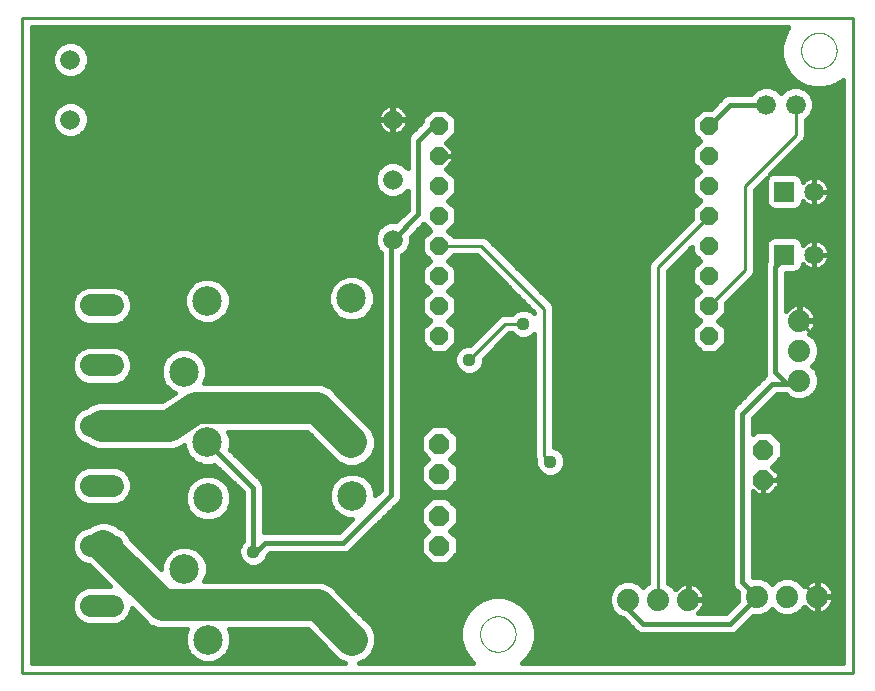
<source format=gbl>
G75*
%MOIN*%
%OFA0B0*%
%FSLAX25Y25*%
%IPPOS*%
%LPD*%
%AMOC8*
5,1,8,0,0,1.08239X$1,22.5*
%
%ADD10C,0.01000*%
%ADD11C,0.07300*%
%ADD12C,0.00000*%
%ADD13C,0.06600*%
%ADD14C,0.07400*%
%ADD15C,0.06537*%
%ADD16OC8,0.05750*%
%ADD17OC8,0.06600*%
%ADD18C,0.09843*%
%ADD19R,0.06500X0.06500*%
%ADD20C,0.06500*%
%ADD21C,0.01600*%
%ADD22C,0.04400*%
%ADD23C,0.10500*%
%ADD24C,0.08600*%
D10*
X0044800Y0019300D02*
X0321750Y0019300D01*
X0321750Y0237800D01*
X0044800Y0237800D01*
X0044800Y0019300D01*
X0121800Y0081052D02*
X0121800Y0081800D01*
X0193800Y0123800D02*
X0205800Y0135800D01*
X0211800Y0135800D01*
X0218800Y0140800D02*
X0197800Y0161800D01*
X0183800Y0161800D01*
X0218800Y0140800D02*
X0218800Y0091800D01*
X0220800Y0089800D01*
X0256800Y0043800D02*
X0256800Y0154800D01*
X0273800Y0171800D01*
X0285800Y0181800D02*
X0302615Y0198615D01*
X0302615Y0208800D01*
X0285800Y0181800D02*
X0285800Y0153800D01*
X0273800Y0141800D01*
X0303800Y0136800D02*
X0311800Y0128800D01*
X0311800Y0099800D01*
X0295800Y0083800D01*
X0291800Y0083800D01*
X0291800Y0062800D01*
X0309800Y0044800D01*
D11*
X0074950Y0041800D02*
X0067650Y0041800D01*
X0067650Y0061800D02*
X0074950Y0061800D01*
X0074950Y0081800D02*
X0067650Y0081800D01*
X0067650Y0101800D02*
X0074950Y0101800D01*
X0074950Y0121840D02*
X0067650Y0121840D01*
X0067650Y0141840D02*
X0074950Y0141840D01*
D12*
X0197394Y0032300D02*
X0197396Y0032453D01*
X0197402Y0032607D01*
X0197412Y0032760D01*
X0197426Y0032912D01*
X0197444Y0033065D01*
X0197466Y0033216D01*
X0197491Y0033367D01*
X0197521Y0033518D01*
X0197555Y0033668D01*
X0197592Y0033816D01*
X0197633Y0033964D01*
X0197678Y0034110D01*
X0197727Y0034256D01*
X0197780Y0034400D01*
X0197836Y0034542D01*
X0197896Y0034683D01*
X0197960Y0034823D01*
X0198027Y0034961D01*
X0198098Y0035097D01*
X0198173Y0035231D01*
X0198250Y0035363D01*
X0198332Y0035493D01*
X0198416Y0035621D01*
X0198504Y0035747D01*
X0198595Y0035870D01*
X0198689Y0035991D01*
X0198787Y0036109D01*
X0198887Y0036225D01*
X0198991Y0036338D01*
X0199097Y0036449D01*
X0199206Y0036557D01*
X0199318Y0036662D01*
X0199432Y0036763D01*
X0199550Y0036862D01*
X0199669Y0036958D01*
X0199791Y0037051D01*
X0199916Y0037140D01*
X0200043Y0037227D01*
X0200172Y0037309D01*
X0200303Y0037389D01*
X0200436Y0037465D01*
X0200571Y0037538D01*
X0200708Y0037607D01*
X0200847Y0037672D01*
X0200987Y0037734D01*
X0201129Y0037792D01*
X0201272Y0037847D01*
X0201417Y0037898D01*
X0201563Y0037945D01*
X0201710Y0037988D01*
X0201858Y0038027D01*
X0202007Y0038063D01*
X0202157Y0038094D01*
X0202308Y0038122D01*
X0202459Y0038146D01*
X0202612Y0038166D01*
X0202764Y0038182D01*
X0202917Y0038194D01*
X0203070Y0038202D01*
X0203223Y0038206D01*
X0203377Y0038206D01*
X0203530Y0038202D01*
X0203683Y0038194D01*
X0203836Y0038182D01*
X0203988Y0038166D01*
X0204141Y0038146D01*
X0204292Y0038122D01*
X0204443Y0038094D01*
X0204593Y0038063D01*
X0204742Y0038027D01*
X0204890Y0037988D01*
X0205037Y0037945D01*
X0205183Y0037898D01*
X0205328Y0037847D01*
X0205471Y0037792D01*
X0205613Y0037734D01*
X0205753Y0037672D01*
X0205892Y0037607D01*
X0206029Y0037538D01*
X0206164Y0037465D01*
X0206297Y0037389D01*
X0206428Y0037309D01*
X0206557Y0037227D01*
X0206684Y0037140D01*
X0206809Y0037051D01*
X0206931Y0036958D01*
X0207050Y0036862D01*
X0207168Y0036763D01*
X0207282Y0036662D01*
X0207394Y0036557D01*
X0207503Y0036449D01*
X0207609Y0036338D01*
X0207713Y0036225D01*
X0207813Y0036109D01*
X0207911Y0035991D01*
X0208005Y0035870D01*
X0208096Y0035747D01*
X0208184Y0035621D01*
X0208268Y0035493D01*
X0208350Y0035363D01*
X0208427Y0035231D01*
X0208502Y0035097D01*
X0208573Y0034961D01*
X0208640Y0034823D01*
X0208704Y0034683D01*
X0208764Y0034542D01*
X0208820Y0034400D01*
X0208873Y0034256D01*
X0208922Y0034110D01*
X0208967Y0033964D01*
X0209008Y0033816D01*
X0209045Y0033668D01*
X0209079Y0033518D01*
X0209109Y0033367D01*
X0209134Y0033216D01*
X0209156Y0033065D01*
X0209174Y0032912D01*
X0209188Y0032760D01*
X0209198Y0032607D01*
X0209204Y0032453D01*
X0209206Y0032300D01*
X0209204Y0032147D01*
X0209198Y0031993D01*
X0209188Y0031840D01*
X0209174Y0031688D01*
X0209156Y0031535D01*
X0209134Y0031384D01*
X0209109Y0031233D01*
X0209079Y0031082D01*
X0209045Y0030932D01*
X0209008Y0030784D01*
X0208967Y0030636D01*
X0208922Y0030490D01*
X0208873Y0030344D01*
X0208820Y0030200D01*
X0208764Y0030058D01*
X0208704Y0029917D01*
X0208640Y0029777D01*
X0208573Y0029639D01*
X0208502Y0029503D01*
X0208427Y0029369D01*
X0208350Y0029237D01*
X0208268Y0029107D01*
X0208184Y0028979D01*
X0208096Y0028853D01*
X0208005Y0028730D01*
X0207911Y0028609D01*
X0207813Y0028491D01*
X0207713Y0028375D01*
X0207609Y0028262D01*
X0207503Y0028151D01*
X0207394Y0028043D01*
X0207282Y0027938D01*
X0207168Y0027837D01*
X0207050Y0027738D01*
X0206931Y0027642D01*
X0206809Y0027549D01*
X0206684Y0027460D01*
X0206557Y0027373D01*
X0206428Y0027291D01*
X0206297Y0027211D01*
X0206164Y0027135D01*
X0206029Y0027062D01*
X0205892Y0026993D01*
X0205753Y0026928D01*
X0205613Y0026866D01*
X0205471Y0026808D01*
X0205328Y0026753D01*
X0205183Y0026702D01*
X0205037Y0026655D01*
X0204890Y0026612D01*
X0204742Y0026573D01*
X0204593Y0026537D01*
X0204443Y0026506D01*
X0204292Y0026478D01*
X0204141Y0026454D01*
X0203988Y0026434D01*
X0203836Y0026418D01*
X0203683Y0026406D01*
X0203530Y0026398D01*
X0203377Y0026394D01*
X0203223Y0026394D01*
X0203070Y0026398D01*
X0202917Y0026406D01*
X0202764Y0026418D01*
X0202612Y0026434D01*
X0202459Y0026454D01*
X0202308Y0026478D01*
X0202157Y0026506D01*
X0202007Y0026537D01*
X0201858Y0026573D01*
X0201710Y0026612D01*
X0201563Y0026655D01*
X0201417Y0026702D01*
X0201272Y0026753D01*
X0201129Y0026808D01*
X0200987Y0026866D01*
X0200847Y0026928D01*
X0200708Y0026993D01*
X0200571Y0027062D01*
X0200436Y0027135D01*
X0200303Y0027211D01*
X0200172Y0027291D01*
X0200043Y0027373D01*
X0199916Y0027460D01*
X0199791Y0027549D01*
X0199669Y0027642D01*
X0199550Y0027738D01*
X0199432Y0027837D01*
X0199318Y0027938D01*
X0199206Y0028043D01*
X0199097Y0028151D01*
X0198991Y0028262D01*
X0198887Y0028375D01*
X0198787Y0028491D01*
X0198689Y0028609D01*
X0198595Y0028730D01*
X0198504Y0028853D01*
X0198416Y0028979D01*
X0198332Y0029107D01*
X0198250Y0029237D01*
X0198173Y0029369D01*
X0198098Y0029503D01*
X0198027Y0029639D01*
X0197960Y0029777D01*
X0197896Y0029917D01*
X0197836Y0030058D01*
X0197780Y0030200D01*
X0197727Y0030344D01*
X0197678Y0030490D01*
X0197633Y0030636D01*
X0197592Y0030784D01*
X0197555Y0030932D01*
X0197521Y0031082D01*
X0197491Y0031233D01*
X0197466Y0031384D01*
X0197444Y0031535D01*
X0197426Y0031688D01*
X0197412Y0031840D01*
X0197402Y0031993D01*
X0197396Y0032147D01*
X0197394Y0032300D01*
X0304394Y0226800D02*
X0304396Y0226953D01*
X0304402Y0227107D01*
X0304412Y0227260D01*
X0304426Y0227412D01*
X0304444Y0227565D01*
X0304466Y0227716D01*
X0304491Y0227867D01*
X0304521Y0228018D01*
X0304555Y0228168D01*
X0304592Y0228316D01*
X0304633Y0228464D01*
X0304678Y0228610D01*
X0304727Y0228756D01*
X0304780Y0228900D01*
X0304836Y0229042D01*
X0304896Y0229183D01*
X0304960Y0229323D01*
X0305027Y0229461D01*
X0305098Y0229597D01*
X0305173Y0229731D01*
X0305250Y0229863D01*
X0305332Y0229993D01*
X0305416Y0230121D01*
X0305504Y0230247D01*
X0305595Y0230370D01*
X0305689Y0230491D01*
X0305787Y0230609D01*
X0305887Y0230725D01*
X0305991Y0230838D01*
X0306097Y0230949D01*
X0306206Y0231057D01*
X0306318Y0231162D01*
X0306432Y0231263D01*
X0306550Y0231362D01*
X0306669Y0231458D01*
X0306791Y0231551D01*
X0306916Y0231640D01*
X0307043Y0231727D01*
X0307172Y0231809D01*
X0307303Y0231889D01*
X0307436Y0231965D01*
X0307571Y0232038D01*
X0307708Y0232107D01*
X0307847Y0232172D01*
X0307987Y0232234D01*
X0308129Y0232292D01*
X0308272Y0232347D01*
X0308417Y0232398D01*
X0308563Y0232445D01*
X0308710Y0232488D01*
X0308858Y0232527D01*
X0309007Y0232563D01*
X0309157Y0232594D01*
X0309308Y0232622D01*
X0309459Y0232646D01*
X0309612Y0232666D01*
X0309764Y0232682D01*
X0309917Y0232694D01*
X0310070Y0232702D01*
X0310223Y0232706D01*
X0310377Y0232706D01*
X0310530Y0232702D01*
X0310683Y0232694D01*
X0310836Y0232682D01*
X0310988Y0232666D01*
X0311141Y0232646D01*
X0311292Y0232622D01*
X0311443Y0232594D01*
X0311593Y0232563D01*
X0311742Y0232527D01*
X0311890Y0232488D01*
X0312037Y0232445D01*
X0312183Y0232398D01*
X0312328Y0232347D01*
X0312471Y0232292D01*
X0312613Y0232234D01*
X0312753Y0232172D01*
X0312892Y0232107D01*
X0313029Y0232038D01*
X0313164Y0231965D01*
X0313297Y0231889D01*
X0313428Y0231809D01*
X0313557Y0231727D01*
X0313684Y0231640D01*
X0313809Y0231551D01*
X0313931Y0231458D01*
X0314050Y0231362D01*
X0314168Y0231263D01*
X0314282Y0231162D01*
X0314394Y0231057D01*
X0314503Y0230949D01*
X0314609Y0230838D01*
X0314713Y0230725D01*
X0314813Y0230609D01*
X0314911Y0230491D01*
X0315005Y0230370D01*
X0315096Y0230247D01*
X0315184Y0230121D01*
X0315268Y0229993D01*
X0315350Y0229863D01*
X0315427Y0229731D01*
X0315502Y0229597D01*
X0315573Y0229461D01*
X0315640Y0229323D01*
X0315704Y0229183D01*
X0315764Y0229042D01*
X0315820Y0228900D01*
X0315873Y0228756D01*
X0315922Y0228610D01*
X0315967Y0228464D01*
X0316008Y0228316D01*
X0316045Y0228168D01*
X0316079Y0228018D01*
X0316109Y0227867D01*
X0316134Y0227716D01*
X0316156Y0227565D01*
X0316174Y0227412D01*
X0316188Y0227260D01*
X0316198Y0227107D01*
X0316204Y0226953D01*
X0316206Y0226800D01*
X0316204Y0226647D01*
X0316198Y0226493D01*
X0316188Y0226340D01*
X0316174Y0226188D01*
X0316156Y0226035D01*
X0316134Y0225884D01*
X0316109Y0225733D01*
X0316079Y0225582D01*
X0316045Y0225432D01*
X0316008Y0225284D01*
X0315967Y0225136D01*
X0315922Y0224990D01*
X0315873Y0224844D01*
X0315820Y0224700D01*
X0315764Y0224558D01*
X0315704Y0224417D01*
X0315640Y0224277D01*
X0315573Y0224139D01*
X0315502Y0224003D01*
X0315427Y0223869D01*
X0315350Y0223737D01*
X0315268Y0223607D01*
X0315184Y0223479D01*
X0315096Y0223353D01*
X0315005Y0223230D01*
X0314911Y0223109D01*
X0314813Y0222991D01*
X0314713Y0222875D01*
X0314609Y0222762D01*
X0314503Y0222651D01*
X0314394Y0222543D01*
X0314282Y0222438D01*
X0314168Y0222337D01*
X0314050Y0222238D01*
X0313931Y0222142D01*
X0313809Y0222049D01*
X0313684Y0221960D01*
X0313557Y0221873D01*
X0313428Y0221791D01*
X0313297Y0221711D01*
X0313164Y0221635D01*
X0313029Y0221562D01*
X0312892Y0221493D01*
X0312753Y0221428D01*
X0312613Y0221366D01*
X0312471Y0221308D01*
X0312328Y0221253D01*
X0312183Y0221202D01*
X0312037Y0221155D01*
X0311890Y0221112D01*
X0311742Y0221073D01*
X0311593Y0221037D01*
X0311443Y0221006D01*
X0311292Y0220978D01*
X0311141Y0220954D01*
X0310988Y0220934D01*
X0310836Y0220918D01*
X0310683Y0220906D01*
X0310530Y0220898D01*
X0310377Y0220894D01*
X0310223Y0220894D01*
X0310070Y0220898D01*
X0309917Y0220906D01*
X0309764Y0220918D01*
X0309612Y0220934D01*
X0309459Y0220954D01*
X0309308Y0220978D01*
X0309157Y0221006D01*
X0309007Y0221037D01*
X0308858Y0221073D01*
X0308710Y0221112D01*
X0308563Y0221155D01*
X0308417Y0221202D01*
X0308272Y0221253D01*
X0308129Y0221308D01*
X0307987Y0221366D01*
X0307847Y0221428D01*
X0307708Y0221493D01*
X0307571Y0221562D01*
X0307436Y0221635D01*
X0307303Y0221711D01*
X0307172Y0221791D01*
X0307043Y0221873D01*
X0306916Y0221960D01*
X0306791Y0222049D01*
X0306669Y0222142D01*
X0306550Y0222238D01*
X0306432Y0222337D01*
X0306318Y0222438D01*
X0306206Y0222543D01*
X0306097Y0222651D01*
X0305991Y0222762D01*
X0305887Y0222875D01*
X0305787Y0222991D01*
X0305689Y0223109D01*
X0305595Y0223230D01*
X0305504Y0223353D01*
X0305416Y0223479D01*
X0305332Y0223607D01*
X0305250Y0223737D01*
X0305173Y0223869D01*
X0305098Y0224003D01*
X0305027Y0224139D01*
X0304960Y0224277D01*
X0304896Y0224417D01*
X0304836Y0224558D01*
X0304780Y0224700D01*
X0304727Y0224844D01*
X0304678Y0224990D01*
X0304633Y0225136D01*
X0304592Y0225284D01*
X0304555Y0225432D01*
X0304521Y0225582D01*
X0304491Y0225733D01*
X0304466Y0225884D01*
X0304444Y0226035D01*
X0304426Y0226188D01*
X0304412Y0226340D01*
X0304402Y0226493D01*
X0304396Y0226647D01*
X0304394Y0226800D01*
D13*
X0302615Y0208800D03*
X0292772Y0208800D03*
D14*
X0303800Y0136800D03*
X0303800Y0126800D03*
X0303800Y0116800D03*
X0299800Y0044800D03*
X0309800Y0044800D03*
X0289800Y0044800D03*
X0266800Y0043800D03*
X0256800Y0043800D03*
X0246800Y0043800D03*
D15*
X0168300Y0163800D03*
X0168300Y0183800D03*
X0168300Y0203800D03*
X0060800Y0203800D03*
X0060800Y0223800D03*
D16*
X0183800Y0201800D03*
X0183800Y0191800D03*
X0183800Y0181800D03*
X0183800Y0171800D03*
X0183800Y0161800D03*
X0183800Y0151800D03*
X0183800Y0141800D03*
X0183800Y0131800D03*
X0273800Y0131800D03*
X0273800Y0141800D03*
X0273800Y0151800D03*
X0273800Y0161800D03*
X0273800Y0171800D03*
X0273800Y0181800D03*
X0273800Y0191800D03*
X0273800Y0201800D03*
D17*
X0291800Y0093800D03*
X0291800Y0083800D03*
X0183800Y0085800D03*
X0183800Y0095800D03*
X0183800Y0071800D03*
X0183800Y0061800D03*
D18*
X0154706Y0078409D03*
X0154506Y0096178D03*
X0106474Y0096178D03*
X0106674Y0077622D03*
X0098800Y0054000D03*
X0106674Y0030378D03*
X0154706Y0030378D03*
X0098600Y0119800D03*
X0106474Y0143422D03*
X0154506Y0144209D03*
D19*
X0298800Y0158800D03*
X0298800Y0179800D03*
D20*
X0308800Y0179800D03*
X0308800Y0158800D03*
D21*
X0308800Y0158800D01*
X0308800Y0163850D01*
X0309197Y0163850D01*
X0309983Y0163726D01*
X0310739Y0163480D01*
X0311447Y0163119D01*
X0312090Y0162652D01*
X0312652Y0162090D01*
X0313119Y0161447D01*
X0313480Y0160739D01*
X0313726Y0159983D01*
X0313850Y0159197D01*
X0313850Y0158800D01*
X0308800Y0158800D01*
X0308800Y0158800D01*
X0308800Y0163850D01*
X0308403Y0163850D01*
X0307617Y0163726D01*
X0306861Y0163480D01*
X0306153Y0163119D01*
X0305510Y0162652D01*
X0304948Y0162090D01*
X0304850Y0161955D01*
X0304850Y0162607D01*
X0304424Y0163636D01*
X0303636Y0164424D01*
X0302607Y0164850D01*
X0294993Y0164850D01*
X0293964Y0164424D01*
X0293176Y0163636D01*
X0292750Y0162607D01*
X0292750Y0156841D01*
X0292748Y0156839D01*
X0292200Y0155516D01*
X0292200Y0119084D01*
X0292432Y0118523D01*
X0282761Y0108852D01*
X0281748Y0107839D01*
X0281200Y0106516D01*
X0281200Y0049084D01*
X0281748Y0047761D01*
X0283334Y0046175D01*
X0283300Y0046093D01*
X0283300Y0043507D01*
X0283334Y0043425D01*
X0279309Y0039400D01*
X0270101Y0039400D01*
X0270383Y0039605D01*
X0270995Y0040217D01*
X0271504Y0040917D01*
X0271897Y0041689D01*
X0272165Y0042512D01*
X0272300Y0043367D01*
X0272300Y0043600D01*
X0267000Y0043600D01*
X0267000Y0044000D01*
X0266600Y0044000D01*
X0266600Y0049300D01*
X0266367Y0049300D01*
X0265512Y0049165D01*
X0264689Y0048897D01*
X0263917Y0048504D01*
X0263217Y0047995D01*
X0262605Y0047383D01*
X0262443Y0047161D01*
X0262310Y0047482D01*
X0260482Y0049310D01*
X0260100Y0049469D01*
X0260100Y0153433D01*
X0268125Y0161458D01*
X0268125Y0159449D01*
X0270775Y0156800D01*
X0268125Y0154151D01*
X0268125Y0149449D01*
X0270775Y0146800D01*
X0268125Y0144151D01*
X0268125Y0139449D01*
X0270775Y0136800D01*
X0268125Y0134151D01*
X0268125Y0129449D01*
X0271449Y0126125D01*
X0276151Y0126125D01*
X0279475Y0129449D01*
X0279475Y0134151D01*
X0276825Y0136800D01*
X0279475Y0139449D01*
X0279475Y0142808D01*
X0287669Y0151002D01*
X0288598Y0151931D01*
X0289100Y0153144D01*
X0289100Y0180433D01*
X0293087Y0184420D01*
X0292750Y0183607D01*
X0292750Y0175993D01*
X0293176Y0174964D01*
X0293964Y0174176D01*
X0294993Y0173750D01*
X0302607Y0173750D01*
X0303636Y0174176D01*
X0304424Y0174964D01*
X0304850Y0175993D01*
X0304850Y0176645D01*
X0304948Y0176510D01*
X0305510Y0175948D01*
X0306153Y0175481D01*
X0306861Y0175120D01*
X0307617Y0174874D01*
X0308403Y0174750D01*
X0308800Y0174750D01*
X0309197Y0174750D01*
X0309983Y0174874D01*
X0310739Y0175120D01*
X0311447Y0175481D01*
X0312090Y0175948D01*
X0312652Y0176510D01*
X0313119Y0177153D01*
X0313480Y0177861D01*
X0313726Y0178617D01*
X0313850Y0179403D01*
X0313850Y0179800D01*
X0313850Y0180197D01*
X0313726Y0180983D01*
X0313480Y0181739D01*
X0313119Y0182447D01*
X0312652Y0183090D01*
X0312090Y0183652D01*
X0311447Y0184119D01*
X0310739Y0184480D01*
X0309983Y0184726D01*
X0309197Y0184850D01*
X0308800Y0184850D01*
X0308800Y0179800D01*
X0308800Y0179800D01*
X0313850Y0179800D01*
X0308800Y0179800D01*
X0308800Y0179800D01*
X0308800Y0184850D01*
X0308403Y0184850D01*
X0307617Y0184726D01*
X0306861Y0184480D01*
X0306153Y0184119D01*
X0305510Y0183652D01*
X0304948Y0183090D01*
X0304850Y0182955D01*
X0304850Y0183607D01*
X0304424Y0184636D01*
X0303636Y0185424D01*
X0302607Y0185850D01*
X0294993Y0185850D01*
X0294180Y0185513D01*
X0304484Y0195817D01*
X0305413Y0196746D01*
X0305915Y0197959D01*
X0305915Y0203564D01*
X0306070Y0203629D01*
X0307786Y0205345D01*
X0308715Y0207587D01*
X0308715Y0210013D01*
X0307786Y0212255D01*
X0306070Y0213971D01*
X0303828Y0214900D01*
X0301402Y0214900D01*
X0299160Y0213971D01*
X0297694Y0212505D01*
X0296228Y0213971D01*
X0293986Y0214900D01*
X0291559Y0214900D01*
X0289317Y0213971D01*
X0287746Y0212400D01*
X0280084Y0212400D01*
X0278761Y0211852D01*
X0277748Y0210839D01*
X0274384Y0207475D01*
X0271449Y0207475D01*
X0268125Y0204151D01*
X0268125Y0199449D01*
X0270775Y0196800D01*
X0268125Y0194151D01*
X0268125Y0189449D01*
X0270775Y0186800D01*
X0268125Y0184151D01*
X0268125Y0179449D01*
X0270775Y0176800D01*
X0268125Y0174151D01*
X0268125Y0170792D01*
X0254002Y0156669D01*
X0253500Y0155456D01*
X0253500Y0049469D01*
X0253118Y0049310D01*
X0251800Y0047992D01*
X0250482Y0049310D01*
X0248093Y0050300D01*
X0245507Y0050300D01*
X0243118Y0049310D01*
X0241290Y0047482D01*
X0240300Y0045093D01*
X0240300Y0042507D01*
X0241290Y0040118D01*
X0243118Y0038290D01*
X0244998Y0037511D01*
X0248748Y0033761D01*
X0249761Y0032748D01*
X0251084Y0032200D01*
X0281516Y0032200D01*
X0282839Y0032748D01*
X0288425Y0038334D01*
X0288507Y0038300D01*
X0291093Y0038300D01*
X0293482Y0039290D01*
X0294800Y0040608D01*
X0296118Y0039290D01*
X0298507Y0038300D01*
X0301093Y0038300D01*
X0303482Y0039290D01*
X0305310Y0041118D01*
X0305443Y0041439D01*
X0305605Y0041217D01*
X0306217Y0040605D01*
X0306917Y0040096D01*
X0307689Y0039703D01*
X0308512Y0039435D01*
X0309367Y0039300D01*
X0309600Y0039300D01*
X0309600Y0044600D01*
X0310000Y0044600D01*
X0310000Y0045000D01*
X0309600Y0045000D01*
X0309600Y0050300D01*
X0309367Y0050300D01*
X0308512Y0050165D01*
X0307689Y0049897D01*
X0306917Y0049504D01*
X0306217Y0048995D01*
X0305605Y0048383D01*
X0305443Y0048161D01*
X0305310Y0048482D01*
X0303482Y0050310D01*
X0301093Y0051300D01*
X0298507Y0051300D01*
X0296118Y0050310D01*
X0294800Y0048992D01*
X0293482Y0050310D01*
X0291093Y0051300D01*
X0288507Y0051300D01*
X0288425Y0051266D01*
X0288400Y0051291D01*
X0288400Y0079988D01*
X0289688Y0078700D01*
X0291800Y0078700D01*
X0293912Y0078700D01*
X0296900Y0081688D01*
X0296900Y0083800D01*
X0296900Y0085912D01*
X0294720Y0088093D01*
X0297900Y0091273D01*
X0297900Y0096327D01*
X0294327Y0099900D01*
X0289273Y0099900D01*
X0288400Y0099027D01*
X0288400Y0104309D01*
X0296291Y0112200D01*
X0299208Y0112200D01*
X0300118Y0111290D01*
X0302507Y0110300D01*
X0305093Y0110300D01*
X0307482Y0111290D01*
X0309310Y0113118D01*
X0310300Y0115507D01*
X0310300Y0118093D01*
X0309310Y0120482D01*
X0307992Y0121800D01*
X0309310Y0123118D01*
X0310300Y0125507D01*
X0310300Y0128093D01*
X0309310Y0130482D01*
X0307482Y0132310D01*
X0307161Y0132443D01*
X0307383Y0132605D01*
X0307995Y0133217D01*
X0308504Y0133917D01*
X0308897Y0134689D01*
X0309165Y0135512D01*
X0309300Y0136367D01*
X0309300Y0136600D01*
X0304000Y0136600D01*
X0304000Y0137000D01*
X0303600Y0137000D01*
X0303600Y0142300D01*
X0303367Y0142300D01*
X0302512Y0142165D01*
X0301689Y0141897D01*
X0300917Y0141504D01*
X0300217Y0140995D01*
X0299605Y0140383D01*
X0299400Y0140101D01*
X0299400Y0152750D01*
X0302607Y0152750D01*
X0303636Y0153176D01*
X0304424Y0153964D01*
X0304850Y0154993D01*
X0304850Y0155645D01*
X0304948Y0155510D01*
X0305510Y0154948D01*
X0306153Y0154481D01*
X0306861Y0154120D01*
X0307617Y0153874D01*
X0308403Y0153750D01*
X0308800Y0153750D01*
X0309197Y0153750D01*
X0309983Y0153874D01*
X0310739Y0154120D01*
X0311447Y0154481D01*
X0312090Y0154948D01*
X0312652Y0155510D01*
X0313119Y0156153D01*
X0313480Y0156861D01*
X0313726Y0157617D01*
X0313850Y0158403D01*
X0313850Y0158800D01*
X0308800Y0158800D01*
X0308800Y0153750D01*
X0308800Y0158800D01*
X0308800Y0158800D01*
X0308800Y0159242D02*
X0308800Y0159242D01*
X0308800Y0157644D02*
X0308800Y0157644D01*
X0308800Y0156045D02*
X0308800Y0156045D01*
X0308800Y0154447D02*
X0308800Y0154447D01*
X0311380Y0154447D02*
X0318450Y0154447D01*
X0318450Y0156045D02*
X0313041Y0156045D01*
X0313730Y0157644D02*
X0318450Y0157644D01*
X0318450Y0159242D02*
X0313843Y0159242D01*
X0313428Y0160841D02*
X0318450Y0160841D01*
X0318450Y0162439D02*
X0312303Y0162439D01*
X0308800Y0162439D02*
X0308800Y0162439D01*
X0308800Y0160841D02*
X0308800Y0160841D01*
X0305297Y0162439D02*
X0304850Y0162439D01*
X0304022Y0164038D02*
X0318450Y0164038D01*
X0318450Y0165636D02*
X0289100Y0165636D01*
X0289100Y0164038D02*
X0293578Y0164038D01*
X0292750Y0162439D02*
X0289100Y0162439D01*
X0289100Y0160841D02*
X0292750Y0160841D01*
X0292750Y0159242D02*
X0289100Y0159242D01*
X0289100Y0157644D02*
X0292750Y0157644D01*
X0292419Y0156045D02*
X0289100Y0156045D01*
X0289100Y0154447D02*
X0292200Y0154447D01*
X0292200Y0152848D02*
X0288978Y0152848D01*
X0287917Y0151250D02*
X0292200Y0151250D01*
X0292200Y0149651D02*
X0286318Y0149651D01*
X0284720Y0148053D02*
X0292200Y0148053D01*
X0292200Y0146454D02*
X0283121Y0146454D01*
X0281522Y0144856D02*
X0292200Y0144856D01*
X0292200Y0143257D02*
X0279924Y0143257D01*
X0279475Y0141659D02*
X0292200Y0141659D01*
X0292200Y0140060D02*
X0279475Y0140060D01*
X0278487Y0138462D02*
X0292200Y0138462D01*
X0292200Y0136863D02*
X0276888Y0136863D01*
X0278361Y0135265D02*
X0292200Y0135265D01*
X0292200Y0133666D02*
X0279475Y0133666D01*
X0279475Y0132068D02*
X0292200Y0132068D01*
X0292200Y0130469D02*
X0279475Y0130469D01*
X0278896Y0128870D02*
X0292200Y0128870D01*
X0292200Y0127272D02*
X0277297Y0127272D01*
X0270303Y0127272D02*
X0260100Y0127272D01*
X0260100Y0128870D02*
X0268704Y0128870D01*
X0268125Y0130469D02*
X0260100Y0130469D01*
X0260100Y0132068D02*
X0268125Y0132068D01*
X0268125Y0133666D02*
X0260100Y0133666D01*
X0260100Y0135265D02*
X0269239Y0135265D01*
X0270712Y0136863D02*
X0260100Y0136863D01*
X0260100Y0138462D02*
X0269113Y0138462D01*
X0268125Y0140060D02*
X0260100Y0140060D01*
X0260100Y0141659D02*
X0268125Y0141659D01*
X0268125Y0143257D02*
X0260100Y0143257D01*
X0260100Y0144856D02*
X0268830Y0144856D01*
X0270429Y0146454D02*
X0260100Y0146454D01*
X0260100Y0148053D02*
X0269522Y0148053D01*
X0268125Y0149651D02*
X0260100Y0149651D01*
X0260100Y0151250D02*
X0268125Y0151250D01*
X0268125Y0152848D02*
X0260100Y0152848D01*
X0261114Y0154447D02*
X0268421Y0154447D01*
X0270020Y0156045D02*
X0262712Y0156045D01*
X0264311Y0157644D02*
X0269931Y0157644D01*
X0268332Y0159242D02*
X0265909Y0159242D01*
X0267508Y0160841D02*
X0268125Y0160841D01*
X0262969Y0165636D02*
X0187989Y0165636D01*
X0188525Y0165100D02*
X0186825Y0166800D01*
X0189475Y0169449D01*
X0189475Y0174151D01*
X0186825Y0176800D01*
X0189475Y0179449D01*
X0189475Y0184151D01*
X0186151Y0187475D01*
X0186086Y0187475D01*
X0188475Y0189864D01*
X0188475Y0191800D01*
X0188475Y0193736D01*
X0186086Y0196125D01*
X0186151Y0196125D01*
X0189475Y0199449D01*
X0189475Y0204151D01*
X0186151Y0207475D01*
X0181449Y0207475D01*
X0178125Y0204151D01*
X0178125Y0203216D01*
X0174761Y0199852D01*
X0173748Y0198839D01*
X0173200Y0197516D01*
X0173200Y0187482D01*
X0171738Y0188945D01*
X0169507Y0189868D01*
X0167093Y0189868D01*
X0164862Y0188945D01*
X0163155Y0187238D01*
X0162231Y0185007D01*
X0162231Y0182593D01*
X0163155Y0180362D01*
X0164862Y0178655D01*
X0167093Y0177731D01*
X0169507Y0177731D01*
X0171738Y0178655D01*
X0173200Y0180118D01*
X0173200Y0173791D01*
X0169277Y0169868D01*
X0167093Y0169868D01*
X0164862Y0168945D01*
X0163155Y0167238D01*
X0162231Y0165007D01*
X0162231Y0162593D01*
X0163155Y0160362D01*
X0164200Y0159318D01*
X0164200Y0080291D01*
X0162427Y0078518D01*
X0162427Y0079945D01*
X0161251Y0082783D01*
X0159079Y0084955D01*
X0156241Y0086131D01*
X0153170Y0086131D01*
X0150332Y0084955D01*
X0148160Y0082783D01*
X0146984Y0079945D01*
X0146984Y0076874D01*
X0148160Y0074036D01*
X0150332Y0071864D01*
X0153170Y0070688D01*
X0154597Y0070688D01*
X0150309Y0066400D01*
X0125400Y0066400D01*
X0125400Y0080348D01*
X0125405Y0080360D01*
X0125400Y0081063D01*
X0125400Y0081768D01*
X0125395Y0081779D01*
X0125395Y0081792D01*
X0125122Y0082440D01*
X0124852Y0083091D01*
X0124843Y0083100D01*
X0124838Y0083111D01*
X0124822Y0083127D01*
X0124598Y0083669D01*
X0123669Y0084598D01*
X0123089Y0084838D01*
X0113893Y0093913D01*
X0114195Y0094642D01*
X0114195Y0097714D01*
X0113352Y0099750D01*
X0139629Y0099750D01*
X0149916Y0089373D01*
X0152869Y0088135D01*
X0156072Y0088121D01*
X0159036Y0089334D01*
X0161310Y0091589D01*
X0162549Y0094542D01*
X0162562Y0097744D01*
X0161350Y0100708D01*
X0149815Y0112343D01*
X0149808Y0112360D01*
X0148688Y0113480D01*
X0147573Y0114605D01*
X0147556Y0114612D01*
X0147543Y0114624D01*
X0146080Y0115230D01*
X0144619Y0115843D01*
X0144601Y0115843D01*
X0144585Y0115850D01*
X0143000Y0115850D01*
X0141417Y0115857D01*
X0141400Y0115850D01*
X0105321Y0115850D01*
X0106321Y0118264D01*
X0106321Y0121336D01*
X0105146Y0124174D01*
X0102974Y0126346D01*
X0100136Y0127521D01*
X0097064Y0127521D01*
X0094226Y0126346D01*
X0092054Y0124174D01*
X0090879Y0121336D01*
X0090879Y0118264D01*
X0092054Y0115426D01*
X0094226Y0113254D01*
X0095610Y0112681D01*
X0091363Y0109850D01*
X0069699Y0109850D01*
X0066740Y0108624D01*
X0066365Y0108249D01*
X0063996Y0107268D01*
X0062182Y0105454D01*
X0061200Y0103083D01*
X0061200Y0100517D01*
X0062182Y0098146D01*
X0063996Y0096332D01*
X0066365Y0095351D01*
X0066740Y0094976D01*
X0069699Y0093750D01*
X0093003Y0093750D01*
X0093791Y0093592D01*
X0094589Y0093750D01*
X0095401Y0093750D01*
X0096144Y0094058D01*
X0096933Y0094214D01*
X0097609Y0094665D01*
X0098360Y0094976D01*
X0098753Y0095368D01*
X0098753Y0094642D01*
X0099928Y0091804D01*
X0102100Y0089632D01*
X0104938Y0088457D01*
X0108010Y0088457D01*
X0108829Y0088796D01*
X0118200Y0079547D01*
X0118200Y0063271D01*
X0117561Y0062632D01*
X0116800Y0060795D01*
X0116800Y0058805D01*
X0117561Y0056968D01*
X0118968Y0055561D01*
X0120805Y0054800D01*
X0122795Y0054800D01*
X0124632Y0055561D01*
X0126039Y0056968D01*
X0126732Y0058641D01*
X0127291Y0059200D01*
X0152516Y0059200D01*
X0153839Y0059748D01*
X0170852Y0076761D01*
X0171400Y0078084D01*
X0171400Y0158516D01*
X0171738Y0158655D01*
X0173445Y0160362D01*
X0174368Y0162593D01*
X0174368Y0164777D01*
X0178583Y0168992D01*
X0180775Y0166800D01*
X0178125Y0164151D01*
X0178125Y0159449D01*
X0180775Y0156800D01*
X0178125Y0154151D01*
X0178125Y0149449D01*
X0180775Y0146800D01*
X0178125Y0144151D01*
X0178125Y0139449D01*
X0180775Y0136800D01*
X0178125Y0134151D01*
X0178125Y0129449D01*
X0181449Y0126125D01*
X0186151Y0126125D01*
X0189475Y0129449D01*
X0189475Y0134151D01*
X0186825Y0136800D01*
X0189475Y0139449D01*
X0189475Y0144151D01*
X0186825Y0146800D01*
X0189475Y0149449D01*
X0189475Y0154151D01*
X0186825Y0156800D01*
X0188525Y0158500D01*
X0196433Y0158500D01*
X0215500Y0139433D01*
X0215500Y0139171D01*
X0214632Y0140039D01*
X0212795Y0140800D01*
X0210805Y0140800D01*
X0208968Y0140039D01*
X0208029Y0139100D01*
X0205144Y0139100D01*
X0203931Y0138598D01*
X0203002Y0137669D01*
X0194133Y0128800D01*
X0192805Y0128800D01*
X0190968Y0128039D01*
X0189561Y0126632D01*
X0188800Y0124795D01*
X0188800Y0122805D01*
X0189561Y0120968D01*
X0190968Y0119561D01*
X0192805Y0118800D01*
X0194795Y0118800D01*
X0196632Y0119561D01*
X0198039Y0120968D01*
X0198800Y0122805D01*
X0198800Y0124133D01*
X0207167Y0132500D01*
X0208029Y0132500D01*
X0208968Y0131561D01*
X0210805Y0130800D01*
X0212795Y0130800D01*
X0214632Y0131561D01*
X0215500Y0132429D01*
X0215500Y0091144D01*
X0215800Y0090419D01*
X0215800Y0088805D01*
X0216561Y0086968D01*
X0217968Y0085561D01*
X0219805Y0084800D01*
X0221795Y0084800D01*
X0223632Y0085561D01*
X0225039Y0086968D01*
X0225800Y0088805D01*
X0225800Y0090795D01*
X0225039Y0092632D01*
X0223632Y0094039D01*
X0222100Y0094673D01*
X0222100Y0141456D01*
X0221598Y0142669D01*
X0200598Y0163669D01*
X0199669Y0164598D01*
X0198456Y0165100D01*
X0188525Y0165100D01*
X0187260Y0167235D02*
X0264568Y0167235D01*
X0266166Y0168833D02*
X0188859Y0168833D01*
X0189475Y0170432D02*
X0267765Y0170432D01*
X0268125Y0172030D02*
X0189475Y0172030D01*
X0189475Y0173629D02*
X0268125Y0173629D01*
X0269202Y0175227D02*
X0188398Y0175227D01*
X0186851Y0176826D02*
X0270749Y0176826D01*
X0269150Y0178424D02*
X0188450Y0178424D01*
X0189475Y0180023D02*
X0268125Y0180023D01*
X0268125Y0181621D02*
X0189475Y0181621D01*
X0189475Y0183220D02*
X0268125Y0183220D01*
X0268793Y0184818D02*
X0188807Y0184818D01*
X0187208Y0186417D02*
X0270392Y0186417D01*
X0269559Y0188015D02*
X0186627Y0188015D01*
X0188225Y0189614D02*
X0268125Y0189614D01*
X0268125Y0191212D02*
X0188475Y0191212D01*
X0188475Y0191800D02*
X0183800Y0191800D01*
X0188475Y0191800D01*
X0188475Y0192811D02*
X0268125Y0192811D01*
X0268384Y0194409D02*
X0187802Y0194409D01*
X0186203Y0196008D02*
X0269983Y0196008D01*
X0269968Y0197606D02*
X0187632Y0197606D01*
X0189230Y0199205D02*
X0268370Y0199205D01*
X0268125Y0200803D02*
X0189475Y0200803D01*
X0189475Y0202402D02*
X0268125Y0202402D01*
X0268125Y0204001D02*
X0189475Y0204001D01*
X0188026Y0205599D02*
X0269574Y0205599D01*
X0271172Y0207198D02*
X0186428Y0207198D01*
X0181172Y0207198D02*
X0172070Y0207198D01*
X0172166Y0207102D02*
X0171602Y0207666D01*
X0170956Y0208135D01*
X0170246Y0208497D01*
X0169487Y0208744D01*
X0168699Y0208868D01*
X0168484Y0208868D01*
X0168484Y0203984D01*
X0173368Y0203984D01*
X0173368Y0204199D01*
X0173244Y0204987D01*
X0172997Y0205746D01*
X0172635Y0206456D01*
X0172166Y0207102D01*
X0173045Y0205599D02*
X0179574Y0205599D01*
X0178125Y0204001D02*
X0173368Y0204001D01*
X0173368Y0203616D02*
X0168484Y0203616D01*
X0168484Y0198731D01*
X0168699Y0198731D01*
X0169487Y0198856D01*
X0170246Y0199103D01*
X0170956Y0199465D01*
X0171602Y0199934D01*
X0172166Y0200498D01*
X0172635Y0201144D01*
X0172997Y0201854D01*
X0173244Y0202613D01*
X0173368Y0203401D01*
X0173368Y0203616D01*
X0173175Y0202402D02*
X0177311Y0202402D01*
X0175712Y0200803D02*
X0172388Y0200803D01*
X0174114Y0199205D02*
X0170446Y0199205D01*
X0168484Y0199205D02*
X0168116Y0199205D01*
X0168116Y0198731D02*
X0168116Y0203616D01*
X0168484Y0203616D01*
X0168484Y0203984D01*
X0168116Y0203984D01*
X0168116Y0203616D01*
X0163231Y0203616D01*
X0163231Y0203401D01*
X0163356Y0202613D01*
X0163603Y0201854D01*
X0163965Y0201144D01*
X0164434Y0200498D01*
X0164998Y0199934D01*
X0165644Y0199465D01*
X0166354Y0199103D01*
X0167113Y0198856D01*
X0167901Y0198731D01*
X0168116Y0198731D01*
X0166154Y0199205D02*
X0064787Y0199205D01*
X0064238Y0198655D02*
X0065945Y0200362D01*
X0066868Y0202593D01*
X0066868Y0205007D01*
X0065945Y0207238D01*
X0064238Y0208945D01*
X0062007Y0209868D01*
X0059593Y0209868D01*
X0057362Y0208945D01*
X0055655Y0207238D01*
X0054731Y0205007D01*
X0054731Y0202593D01*
X0055655Y0200362D01*
X0057362Y0198655D01*
X0059593Y0197731D01*
X0062007Y0197731D01*
X0064238Y0198655D01*
X0066127Y0200803D02*
X0164212Y0200803D01*
X0163425Y0202402D02*
X0066789Y0202402D01*
X0066868Y0204001D02*
X0163231Y0204001D01*
X0163231Y0203984D02*
X0168116Y0203984D01*
X0168116Y0208868D01*
X0167901Y0208868D01*
X0167113Y0208744D01*
X0166354Y0208497D01*
X0165644Y0208135D01*
X0164998Y0207666D01*
X0164434Y0207102D01*
X0163965Y0206456D01*
X0163603Y0205746D01*
X0163356Y0204987D01*
X0163231Y0204199D01*
X0163231Y0203984D01*
X0163555Y0205599D02*
X0066623Y0205599D01*
X0065961Y0207198D02*
X0164530Y0207198D01*
X0167444Y0208796D02*
X0064386Y0208796D01*
X0057214Y0208796D02*
X0048100Y0208796D01*
X0048100Y0207198D02*
X0055639Y0207198D01*
X0054977Y0205599D02*
X0048100Y0205599D01*
X0048100Y0204001D02*
X0054731Y0204001D01*
X0054811Y0202402D02*
X0048100Y0202402D01*
X0048100Y0200803D02*
X0055473Y0200803D01*
X0056813Y0199205D02*
X0048100Y0199205D01*
X0048100Y0197606D02*
X0173237Y0197606D01*
X0173200Y0196008D02*
X0048100Y0196008D01*
X0048100Y0194409D02*
X0173200Y0194409D01*
X0173200Y0192811D02*
X0048100Y0192811D01*
X0048100Y0191212D02*
X0173200Y0191212D01*
X0173200Y0189614D02*
X0170122Y0189614D01*
X0172667Y0188015D02*
X0173200Y0188015D01*
X0166478Y0189614D02*
X0048100Y0189614D01*
X0048100Y0188015D02*
X0163933Y0188015D01*
X0162815Y0186417D02*
X0048100Y0186417D01*
X0048100Y0184818D02*
X0162231Y0184818D01*
X0162231Y0183220D02*
X0048100Y0183220D01*
X0048100Y0181621D02*
X0162634Y0181621D01*
X0163495Y0180023D02*
X0048100Y0180023D01*
X0048100Y0178424D02*
X0165420Y0178424D01*
X0171180Y0178424D02*
X0173200Y0178424D01*
X0173200Y0176826D02*
X0048100Y0176826D01*
X0048100Y0175227D02*
X0173200Y0175227D01*
X0173038Y0173629D02*
X0048100Y0173629D01*
X0048100Y0172030D02*
X0171439Y0172030D01*
X0169841Y0170432D02*
X0048100Y0170432D01*
X0048100Y0168833D02*
X0164751Y0168833D01*
X0163154Y0167235D02*
X0048100Y0167235D01*
X0048100Y0165636D02*
X0162492Y0165636D01*
X0162231Y0164038D02*
X0048100Y0164038D01*
X0048100Y0162439D02*
X0162295Y0162439D01*
X0162957Y0160841D02*
X0048100Y0160841D01*
X0048100Y0159242D02*
X0164200Y0159242D01*
X0164200Y0157644D02*
X0048100Y0157644D01*
X0048100Y0156045D02*
X0164200Y0156045D01*
X0164200Y0154447D02*
X0048100Y0154447D01*
X0048100Y0152848D02*
X0164200Y0152848D01*
X0164200Y0151250D02*
X0157686Y0151250D01*
X0158879Y0150755D02*
X0156041Y0151931D01*
X0152970Y0151931D01*
X0150132Y0150755D01*
X0147960Y0148583D01*
X0146784Y0145745D01*
X0146784Y0142674D01*
X0147960Y0139836D01*
X0150132Y0137664D01*
X0152970Y0136488D01*
X0156041Y0136488D01*
X0158879Y0137664D01*
X0161051Y0139836D01*
X0162227Y0142674D01*
X0162227Y0145745D01*
X0161051Y0148583D01*
X0158879Y0150755D01*
X0159983Y0149651D02*
X0164200Y0149651D01*
X0164200Y0148053D02*
X0161271Y0148053D01*
X0161933Y0146454D02*
X0164200Y0146454D01*
X0164200Y0144856D02*
X0162227Y0144856D01*
X0162227Y0143257D02*
X0164200Y0143257D01*
X0164200Y0141659D02*
X0161806Y0141659D01*
X0161144Y0140060D02*
X0164200Y0140060D01*
X0164200Y0138462D02*
X0159677Y0138462D01*
X0156946Y0136863D02*
X0164200Y0136863D01*
X0164200Y0135265D02*
X0048100Y0135265D01*
X0048100Y0136863D02*
X0063505Y0136863D01*
X0063996Y0136372D02*
X0062182Y0138186D01*
X0061200Y0140557D01*
X0061200Y0143123D01*
X0062182Y0145494D01*
X0063996Y0147308D01*
X0066367Y0148290D01*
X0076233Y0148290D01*
X0078604Y0147308D01*
X0080418Y0145494D01*
X0081400Y0143123D01*
X0081400Y0140557D01*
X0080418Y0138186D01*
X0078604Y0136372D01*
X0076233Y0135390D01*
X0066367Y0135390D01*
X0063996Y0136372D01*
X0062068Y0138462D02*
X0048100Y0138462D01*
X0048100Y0140060D02*
X0061406Y0140060D01*
X0061200Y0141659D02*
X0048100Y0141659D01*
X0048100Y0143257D02*
X0061256Y0143257D01*
X0061918Y0144856D02*
X0048100Y0144856D01*
X0048100Y0146454D02*
X0063142Y0146454D01*
X0065794Y0148053D02*
X0048100Y0148053D01*
X0048100Y0149651D02*
X0101784Y0149651D01*
X0102100Y0149968D02*
X0099928Y0147796D01*
X0098753Y0144958D01*
X0098753Y0141886D01*
X0099928Y0139048D01*
X0102100Y0136876D01*
X0104938Y0135701D01*
X0108010Y0135701D01*
X0110848Y0136876D01*
X0113020Y0139048D01*
X0114195Y0141886D01*
X0114195Y0144958D01*
X0113020Y0147796D01*
X0110848Y0149968D01*
X0108010Y0151143D01*
X0104938Y0151143D01*
X0102100Y0149968D01*
X0100185Y0148053D02*
X0076806Y0148053D01*
X0079458Y0146454D02*
X0099373Y0146454D01*
X0098753Y0144856D02*
X0080682Y0144856D01*
X0081344Y0143257D02*
X0098753Y0143257D01*
X0098847Y0141659D02*
X0081400Y0141659D01*
X0081194Y0140060D02*
X0099509Y0140060D01*
X0100515Y0138462D02*
X0080532Y0138462D01*
X0079095Y0136863D02*
X0102132Y0136863D01*
X0110816Y0136863D02*
X0152065Y0136863D01*
X0149334Y0138462D02*
X0112433Y0138462D01*
X0113439Y0140060D02*
X0147867Y0140060D01*
X0147205Y0141659D02*
X0114101Y0141659D01*
X0114195Y0143257D02*
X0146784Y0143257D01*
X0146784Y0144856D02*
X0114195Y0144856D01*
X0113576Y0146454D02*
X0147078Y0146454D01*
X0147740Y0148053D02*
X0112763Y0148053D01*
X0111164Y0149651D02*
X0149028Y0149651D01*
X0151325Y0151250D02*
X0048100Y0151250D01*
X0048100Y0133666D02*
X0164200Y0133666D01*
X0164200Y0132068D02*
X0048100Y0132068D01*
X0048100Y0130469D02*
X0164200Y0130469D01*
X0164200Y0128870D02*
X0048100Y0128870D01*
X0048100Y0127272D02*
X0063960Y0127272D01*
X0063996Y0127308D02*
X0062182Y0125494D01*
X0061200Y0123123D01*
X0061200Y0120557D01*
X0062182Y0118186D01*
X0063996Y0116372D01*
X0066367Y0115390D01*
X0076233Y0115390D01*
X0078604Y0116372D01*
X0080418Y0118186D01*
X0081400Y0120557D01*
X0081400Y0123123D01*
X0080418Y0125494D01*
X0078604Y0127308D01*
X0076233Y0128290D01*
X0066367Y0128290D01*
X0063996Y0127308D01*
X0062362Y0125673D02*
X0048100Y0125673D01*
X0048100Y0124075D02*
X0061594Y0124075D01*
X0061200Y0122476D02*
X0048100Y0122476D01*
X0048100Y0120878D02*
X0061200Y0120878D01*
X0061729Y0119279D02*
X0048100Y0119279D01*
X0048100Y0117681D02*
X0062687Y0117681D01*
X0064695Y0116082D02*
X0048100Y0116082D01*
X0048100Y0114484D02*
X0092997Y0114484D01*
X0091782Y0116082D02*
X0077905Y0116082D01*
X0079913Y0117681D02*
X0091120Y0117681D01*
X0090879Y0119279D02*
X0080871Y0119279D01*
X0081400Y0120878D02*
X0090879Y0120878D01*
X0091351Y0122476D02*
X0081400Y0122476D01*
X0081006Y0124075D02*
X0092013Y0124075D01*
X0093554Y0125673D02*
X0080238Y0125673D01*
X0078640Y0127272D02*
X0096462Y0127272D01*
X0100738Y0127272D02*
X0164200Y0127272D01*
X0164200Y0125673D02*
X0103646Y0125673D01*
X0105187Y0124075D02*
X0164200Y0124075D01*
X0164200Y0122476D02*
X0105849Y0122476D01*
X0106321Y0120878D02*
X0164200Y0120878D01*
X0164200Y0119279D02*
X0106321Y0119279D01*
X0106080Y0117681D02*
X0164200Y0117681D01*
X0164200Y0116082D02*
X0105418Y0116082D01*
X0095117Y0112885D02*
X0048100Y0112885D01*
X0048100Y0111287D02*
X0093518Y0111287D01*
X0106474Y0096178D02*
X0121800Y0081052D01*
X0121800Y0059800D01*
X0121800Y0058800D01*
X0125800Y0062800D01*
X0151800Y0062800D01*
X0167800Y0078800D01*
X0167800Y0163800D01*
X0168300Y0163800D02*
X0176800Y0172300D01*
X0176800Y0196800D01*
X0181800Y0201800D01*
X0183800Y0201800D01*
X0183800Y0191800D02*
X0183800Y0191800D01*
X0173200Y0180023D02*
X0173105Y0180023D01*
X0178424Y0168833D02*
X0178741Y0168833D01*
X0180340Y0167235D02*
X0176826Y0167235D01*
X0175227Y0165636D02*
X0179611Y0165636D01*
X0178125Y0164038D02*
X0174368Y0164038D01*
X0174305Y0162439D02*
X0178125Y0162439D01*
X0178125Y0160841D02*
X0173643Y0160841D01*
X0172324Y0159242D02*
X0178332Y0159242D01*
X0179931Y0157644D02*
X0171400Y0157644D01*
X0171400Y0156045D02*
X0180020Y0156045D01*
X0178421Y0154447D02*
X0171400Y0154447D01*
X0171400Y0152848D02*
X0178125Y0152848D01*
X0178125Y0151250D02*
X0171400Y0151250D01*
X0171400Y0149651D02*
X0178125Y0149651D01*
X0179522Y0148053D02*
X0171400Y0148053D01*
X0171400Y0146454D02*
X0180429Y0146454D01*
X0178830Y0144856D02*
X0171400Y0144856D01*
X0171400Y0143257D02*
X0178125Y0143257D01*
X0178125Y0141659D02*
X0171400Y0141659D01*
X0171400Y0140060D02*
X0178125Y0140060D01*
X0179113Y0138462D02*
X0171400Y0138462D01*
X0171400Y0136863D02*
X0180712Y0136863D01*
X0179239Y0135265D02*
X0171400Y0135265D01*
X0171400Y0133666D02*
X0178125Y0133666D01*
X0178125Y0132068D02*
X0171400Y0132068D01*
X0171400Y0130469D02*
X0178125Y0130469D01*
X0178704Y0128870D02*
X0171400Y0128870D01*
X0171400Y0127272D02*
X0180303Y0127272D01*
X0187297Y0127272D02*
X0190201Y0127272D01*
X0189164Y0125673D02*
X0171400Y0125673D01*
X0171400Y0124075D02*
X0188800Y0124075D01*
X0188936Y0122476D02*
X0171400Y0122476D01*
X0171400Y0120878D02*
X0189651Y0120878D01*
X0191648Y0119279D02*
X0171400Y0119279D01*
X0171400Y0117681D02*
X0215500Y0117681D01*
X0215500Y0119279D02*
X0195952Y0119279D01*
X0197949Y0120878D02*
X0215500Y0120878D01*
X0215500Y0122476D02*
X0198664Y0122476D01*
X0198800Y0124075D02*
X0215500Y0124075D01*
X0215500Y0125673D02*
X0200340Y0125673D01*
X0201939Y0127272D02*
X0215500Y0127272D01*
X0215500Y0128870D02*
X0203537Y0128870D01*
X0205136Y0130469D02*
X0215500Y0130469D01*
X0215500Y0132068D02*
X0215139Y0132068D01*
X0208461Y0132068D02*
X0206734Y0132068D01*
X0202196Y0136863D02*
X0186888Y0136863D01*
X0188361Y0135265D02*
X0200598Y0135265D01*
X0198999Y0133666D02*
X0189475Y0133666D01*
X0189475Y0132068D02*
X0197401Y0132068D01*
X0195802Y0130469D02*
X0189475Y0130469D01*
X0188896Y0128870D02*
X0194204Y0128870D01*
X0188487Y0138462D02*
X0203795Y0138462D01*
X0209019Y0140060D02*
X0189475Y0140060D01*
X0189475Y0141659D02*
X0213275Y0141659D01*
X0214581Y0140060D02*
X0214873Y0140060D01*
X0211676Y0143257D02*
X0189475Y0143257D01*
X0188770Y0144856D02*
X0210077Y0144856D01*
X0208479Y0146454D02*
X0187171Y0146454D01*
X0188078Y0148053D02*
X0206880Y0148053D01*
X0205282Y0149651D02*
X0189475Y0149651D01*
X0189475Y0151250D02*
X0203683Y0151250D01*
X0202085Y0152848D02*
X0189475Y0152848D01*
X0189179Y0154447D02*
X0200486Y0154447D01*
X0198888Y0156045D02*
X0187580Y0156045D01*
X0187669Y0157644D02*
X0197289Y0157644D01*
X0201828Y0162439D02*
X0259772Y0162439D01*
X0258174Y0160841D02*
X0203426Y0160841D01*
X0205025Y0159242D02*
X0256575Y0159242D01*
X0254977Y0157644D02*
X0206623Y0157644D01*
X0208222Y0156045D02*
X0253744Y0156045D01*
X0253500Y0154447D02*
X0209820Y0154447D01*
X0211419Y0152848D02*
X0253500Y0152848D01*
X0253500Y0151250D02*
X0213017Y0151250D01*
X0214616Y0149651D02*
X0253500Y0149651D01*
X0253500Y0148053D02*
X0216214Y0148053D01*
X0217813Y0146454D02*
X0253500Y0146454D01*
X0253500Y0144856D02*
X0219411Y0144856D01*
X0221010Y0143257D02*
X0253500Y0143257D01*
X0253500Y0141659D02*
X0222016Y0141659D01*
X0222100Y0140060D02*
X0253500Y0140060D01*
X0253500Y0138462D02*
X0222100Y0138462D01*
X0222100Y0136863D02*
X0253500Y0136863D01*
X0253500Y0135265D02*
X0222100Y0135265D01*
X0222100Y0133666D02*
X0253500Y0133666D01*
X0253500Y0132068D02*
X0222100Y0132068D01*
X0222100Y0130469D02*
X0253500Y0130469D01*
X0253500Y0128870D02*
X0222100Y0128870D01*
X0222100Y0127272D02*
X0253500Y0127272D01*
X0253500Y0125673D02*
X0222100Y0125673D01*
X0222100Y0124075D02*
X0253500Y0124075D01*
X0253500Y0122476D02*
X0222100Y0122476D01*
X0222100Y0120878D02*
X0253500Y0120878D01*
X0253500Y0119279D02*
X0222100Y0119279D01*
X0222100Y0117681D02*
X0253500Y0117681D01*
X0253500Y0116082D02*
X0222100Y0116082D01*
X0222100Y0114484D02*
X0253500Y0114484D01*
X0253500Y0112885D02*
X0222100Y0112885D01*
X0222100Y0111287D02*
X0253500Y0111287D01*
X0253500Y0109688D02*
X0222100Y0109688D01*
X0222100Y0108090D02*
X0253500Y0108090D01*
X0253500Y0106491D02*
X0222100Y0106491D01*
X0222100Y0104893D02*
X0253500Y0104893D01*
X0253500Y0103294D02*
X0222100Y0103294D01*
X0222100Y0101696D02*
X0253500Y0101696D01*
X0253500Y0100097D02*
X0222100Y0100097D01*
X0222100Y0098499D02*
X0253500Y0098499D01*
X0253500Y0096900D02*
X0222100Y0096900D01*
X0222100Y0095302D02*
X0253500Y0095302D01*
X0253500Y0093703D02*
X0223968Y0093703D01*
X0225257Y0092105D02*
X0253500Y0092105D01*
X0253500Y0090506D02*
X0225800Y0090506D01*
X0225800Y0088908D02*
X0253500Y0088908D01*
X0253500Y0087309D02*
X0225180Y0087309D01*
X0223782Y0085711D02*
X0253500Y0085711D01*
X0253500Y0084112D02*
X0189900Y0084112D01*
X0189900Y0083273D02*
X0189900Y0088327D01*
X0187427Y0090800D01*
X0189900Y0093273D01*
X0189900Y0098327D01*
X0186327Y0101900D01*
X0181273Y0101900D01*
X0177700Y0098327D01*
X0177700Y0093273D01*
X0180173Y0090800D01*
X0177700Y0088327D01*
X0177700Y0083273D01*
X0181273Y0079700D01*
X0186327Y0079700D01*
X0189900Y0083273D01*
X0189140Y0082514D02*
X0253500Y0082514D01*
X0253500Y0080915D02*
X0187542Y0080915D01*
X0186327Y0077900D02*
X0181273Y0077900D01*
X0177700Y0074327D01*
X0177700Y0069273D01*
X0180173Y0066800D01*
X0177700Y0064327D01*
X0177700Y0059273D01*
X0181273Y0055700D01*
X0186327Y0055700D01*
X0189900Y0059273D01*
X0189900Y0064327D01*
X0187427Y0066800D01*
X0189900Y0069273D01*
X0189900Y0074327D01*
X0186327Y0077900D01*
X0186509Y0077718D02*
X0253500Y0077718D01*
X0253500Y0076120D02*
X0188107Y0076120D01*
X0189706Y0074521D02*
X0253500Y0074521D01*
X0253500Y0072923D02*
X0189900Y0072923D01*
X0189900Y0071324D02*
X0253500Y0071324D01*
X0253500Y0069726D02*
X0189900Y0069726D01*
X0188754Y0068127D02*
X0253500Y0068127D01*
X0253500Y0066529D02*
X0187698Y0066529D01*
X0189297Y0064930D02*
X0253500Y0064930D01*
X0253500Y0063332D02*
X0189900Y0063332D01*
X0189900Y0061733D02*
X0253500Y0061733D01*
X0253500Y0060134D02*
X0189900Y0060134D01*
X0189163Y0058536D02*
X0253500Y0058536D01*
X0253500Y0056937D02*
X0187564Y0056937D01*
X0180036Y0056937D02*
X0126009Y0056937D01*
X0126688Y0058536D02*
X0178437Y0058536D01*
X0177700Y0060134D02*
X0154226Y0060134D01*
X0155824Y0061733D02*
X0177700Y0061733D01*
X0177700Y0063332D02*
X0157423Y0063332D01*
X0159021Y0064930D02*
X0178303Y0064930D01*
X0179902Y0066529D02*
X0160620Y0066529D01*
X0162218Y0068127D02*
X0178846Y0068127D01*
X0177700Y0069726D02*
X0163817Y0069726D01*
X0165415Y0071324D02*
X0177700Y0071324D01*
X0177700Y0072923D02*
X0167014Y0072923D01*
X0168612Y0074521D02*
X0177894Y0074521D01*
X0179493Y0076120D02*
X0170211Y0076120D01*
X0171248Y0077718D02*
X0181091Y0077718D01*
X0180058Y0080915D02*
X0171400Y0080915D01*
X0171400Y0079317D02*
X0253500Y0079317D01*
X0260100Y0079317D02*
X0281200Y0079317D01*
X0281200Y0080915D02*
X0260100Y0080915D01*
X0260100Y0082514D02*
X0281200Y0082514D01*
X0281200Y0084112D02*
X0260100Y0084112D01*
X0260100Y0085711D02*
X0281200Y0085711D01*
X0281200Y0087309D02*
X0260100Y0087309D01*
X0260100Y0088908D02*
X0281200Y0088908D01*
X0281200Y0090506D02*
X0260100Y0090506D01*
X0260100Y0092105D02*
X0281200Y0092105D01*
X0281200Y0093703D02*
X0260100Y0093703D01*
X0260100Y0095302D02*
X0281200Y0095302D01*
X0281200Y0096900D02*
X0260100Y0096900D01*
X0260100Y0098499D02*
X0281200Y0098499D01*
X0281200Y0100097D02*
X0260100Y0100097D01*
X0260100Y0101696D02*
X0281200Y0101696D01*
X0281200Y0103294D02*
X0260100Y0103294D01*
X0260100Y0104893D02*
X0281200Y0104893D01*
X0281200Y0106491D02*
X0260100Y0106491D01*
X0260100Y0108090D02*
X0281999Y0108090D01*
X0283597Y0109688D02*
X0260100Y0109688D01*
X0260100Y0111287D02*
X0285196Y0111287D01*
X0286794Y0112885D02*
X0260100Y0112885D01*
X0260100Y0114484D02*
X0288393Y0114484D01*
X0289991Y0116082D02*
X0260100Y0116082D01*
X0260100Y0117681D02*
X0291590Y0117681D01*
X0292200Y0119279D02*
X0260100Y0119279D01*
X0260100Y0120878D02*
X0292200Y0120878D01*
X0292200Y0122476D02*
X0260100Y0122476D01*
X0260100Y0124075D02*
X0292200Y0124075D01*
X0292200Y0125673D02*
X0260100Y0125673D01*
X0284800Y0105800D02*
X0284800Y0049800D01*
X0289800Y0044800D01*
X0280800Y0035800D01*
X0251800Y0035800D01*
X0246800Y0040800D01*
X0246800Y0043800D01*
X0242054Y0039354D02*
X0213826Y0039354D01*
X0213417Y0040063D02*
X0211063Y0042417D01*
X0208180Y0044081D01*
X0204964Y0044943D01*
X0201636Y0044943D01*
X0198420Y0044081D01*
X0195537Y0042417D01*
X0193183Y0040063D01*
X0191519Y0037180D01*
X0190657Y0033964D01*
X0190657Y0030636D01*
X0191519Y0027420D01*
X0193183Y0024537D01*
X0195121Y0022600D01*
X0156953Y0022600D01*
X0159236Y0023534D01*
X0161510Y0025788D01*
X0162748Y0028742D01*
X0162762Y0031944D01*
X0161550Y0034908D01*
X0150115Y0046443D01*
X0150108Y0046460D01*
X0148989Y0047579D01*
X0147873Y0048705D01*
X0147856Y0048712D01*
X0147843Y0048724D01*
X0146381Y0049330D01*
X0144920Y0049943D01*
X0144902Y0049943D01*
X0144885Y0049950D01*
X0143302Y0049950D01*
X0141717Y0049957D01*
X0141700Y0049950D01*
X0105480Y0049950D01*
X0106521Y0052464D01*
X0106521Y0055536D01*
X0105346Y0058374D01*
X0103174Y0060546D01*
X0100336Y0061721D01*
X0097264Y0061721D01*
X0094426Y0060546D01*
X0092254Y0058374D01*
X0091079Y0055536D01*
X0091079Y0053906D01*
X0081045Y0063939D01*
X0080418Y0065454D01*
X0078604Y0067268D01*
X0077089Y0067895D01*
X0076360Y0068624D01*
X0073401Y0069850D01*
X0070199Y0069850D01*
X0067240Y0068624D01*
X0066866Y0068250D01*
X0066367Y0068250D01*
X0063996Y0067268D01*
X0062182Y0065454D01*
X0061200Y0063083D01*
X0061200Y0060517D01*
X0062182Y0058146D01*
X0063996Y0056332D01*
X0066367Y0055350D01*
X0066866Y0055350D01*
X0073966Y0048250D01*
X0066367Y0048250D01*
X0063996Y0047268D01*
X0062182Y0045454D01*
X0061200Y0043083D01*
X0061200Y0040517D01*
X0062182Y0038146D01*
X0063996Y0036332D01*
X0066367Y0035350D01*
X0076233Y0035350D01*
X0078604Y0036332D01*
X0080418Y0038146D01*
X0081400Y0040517D01*
X0081400Y0040816D01*
X0084876Y0037340D01*
X0087140Y0035076D01*
X0090099Y0033850D01*
X0099755Y0033850D01*
X0098953Y0031914D01*
X0098953Y0028842D01*
X0100128Y0026004D01*
X0102300Y0023832D01*
X0105138Y0022657D01*
X0108210Y0022657D01*
X0111048Y0023832D01*
X0113220Y0026004D01*
X0114395Y0028842D01*
X0114395Y0031914D01*
X0113593Y0033850D01*
X0139928Y0033850D01*
X0150116Y0023573D01*
X0152437Y0022600D01*
X0048100Y0022600D01*
X0048100Y0234500D01*
X0300147Y0234500D01*
X0298519Y0231680D01*
X0297657Y0228464D01*
X0297657Y0225136D01*
X0298519Y0221920D01*
X0300183Y0219037D01*
X0302537Y0216683D01*
X0305420Y0215019D01*
X0308636Y0214157D01*
X0311964Y0214157D01*
X0315180Y0215019D01*
X0318063Y0216683D01*
X0318450Y0217071D01*
X0318450Y0022600D01*
X0211479Y0022600D01*
X0213417Y0024537D01*
X0215081Y0027420D01*
X0215943Y0030636D01*
X0215943Y0033964D01*
X0215081Y0037180D01*
X0213417Y0040063D01*
X0212527Y0040952D02*
X0240944Y0040952D01*
X0240300Y0042551D02*
X0210830Y0042551D01*
X0207924Y0044149D02*
X0240300Y0044149D01*
X0240571Y0045748D02*
X0150804Y0045748D01*
X0149221Y0047346D02*
X0241233Y0047346D01*
X0242753Y0048945D02*
X0147311Y0048945D01*
X0152389Y0044149D02*
X0198676Y0044149D01*
X0195770Y0042551D02*
X0153973Y0042551D01*
X0155558Y0040952D02*
X0194073Y0040952D01*
X0192774Y0039354D02*
X0157143Y0039354D01*
X0158727Y0037755D02*
X0191851Y0037755D01*
X0191245Y0036157D02*
X0160312Y0036157D01*
X0161693Y0034558D02*
X0190817Y0034558D01*
X0190657Y0032960D02*
X0162347Y0032960D01*
X0162760Y0031361D02*
X0190657Y0031361D01*
X0190891Y0029763D02*
X0162753Y0029763D01*
X0162506Y0028164D02*
X0191320Y0028164D01*
X0192012Y0026566D02*
X0161836Y0026566D01*
X0160682Y0024967D02*
X0192935Y0024967D01*
X0194352Y0023369D02*
X0158832Y0023369D01*
X0150604Y0023369D02*
X0109929Y0023369D01*
X0112183Y0024967D02*
X0148734Y0024967D01*
X0147149Y0026566D02*
X0113452Y0026566D01*
X0114114Y0028164D02*
X0145565Y0028164D01*
X0143980Y0029763D02*
X0114395Y0029763D01*
X0114395Y0031361D02*
X0142396Y0031361D01*
X0140811Y0032960D02*
X0113962Y0032960D01*
X0103419Y0023369D02*
X0048100Y0023369D01*
X0048100Y0024967D02*
X0101165Y0024967D01*
X0099896Y0026566D02*
X0048100Y0026566D01*
X0048100Y0028164D02*
X0099234Y0028164D01*
X0098953Y0029763D02*
X0048100Y0029763D01*
X0048100Y0031361D02*
X0098953Y0031361D01*
X0099386Y0032960D02*
X0048100Y0032960D01*
X0048100Y0034558D02*
X0088389Y0034558D01*
X0086059Y0036157D02*
X0078181Y0036157D01*
X0080027Y0037755D02*
X0084460Y0037755D01*
X0084876Y0037340D02*
X0084876Y0037340D01*
X0082862Y0039354D02*
X0080918Y0039354D01*
X0073271Y0048945D02*
X0048100Y0048945D01*
X0048100Y0050543D02*
X0071672Y0050543D01*
X0070074Y0052142D02*
X0048100Y0052142D01*
X0048100Y0053740D02*
X0068475Y0053740D01*
X0066877Y0055339D02*
X0048100Y0055339D01*
X0048100Y0056937D02*
X0063391Y0056937D01*
X0062021Y0058536D02*
X0048100Y0058536D01*
X0048100Y0060134D02*
X0061358Y0060134D01*
X0061200Y0061733D02*
X0048100Y0061733D01*
X0048100Y0063332D02*
X0061303Y0063332D01*
X0061965Y0064930D02*
X0048100Y0064930D01*
X0048100Y0066529D02*
X0063257Y0066529D01*
X0066070Y0068127D02*
X0048100Y0068127D01*
X0048100Y0069726D02*
X0069898Y0069726D01*
X0073702Y0069726D02*
X0118200Y0069726D01*
X0118200Y0071324D02*
X0111296Y0071324D01*
X0111048Y0071076D02*
X0113220Y0073248D01*
X0114395Y0076086D01*
X0114395Y0079158D01*
X0113220Y0081996D01*
X0111048Y0084168D01*
X0108210Y0085343D01*
X0105138Y0085343D01*
X0102300Y0084168D01*
X0100128Y0081996D01*
X0098953Y0079158D01*
X0098953Y0076086D01*
X0100128Y0073248D01*
X0102300Y0071076D01*
X0105138Y0069901D01*
X0108210Y0069901D01*
X0111048Y0071076D01*
X0112894Y0072923D02*
X0118200Y0072923D01*
X0118200Y0074521D02*
X0113747Y0074521D01*
X0114395Y0076120D02*
X0118200Y0076120D01*
X0118200Y0077718D02*
X0114395Y0077718D01*
X0114330Y0079317D02*
X0118200Y0079317D01*
X0116814Y0080915D02*
X0113667Y0080915D01*
X0112702Y0082514D02*
X0115194Y0082514D01*
X0113574Y0084112D02*
X0111103Y0084112D01*
X0111955Y0085711D02*
X0080161Y0085711D01*
X0080418Y0085454D02*
X0078604Y0087268D01*
X0076233Y0088250D01*
X0066367Y0088250D01*
X0063996Y0087268D01*
X0062182Y0085454D01*
X0061200Y0083083D01*
X0061200Y0080517D01*
X0062182Y0078146D01*
X0063996Y0076332D01*
X0066367Y0075350D01*
X0076233Y0075350D01*
X0078604Y0076332D01*
X0080418Y0078146D01*
X0081400Y0080517D01*
X0081400Y0083083D01*
X0080418Y0085454D01*
X0080974Y0084112D02*
X0102245Y0084112D01*
X0100646Y0082514D02*
X0081400Y0082514D01*
X0081400Y0080915D02*
X0099681Y0080915D01*
X0099019Y0079317D02*
X0080903Y0079317D01*
X0079990Y0077718D02*
X0098953Y0077718D01*
X0098953Y0076120D02*
X0078091Y0076120D01*
X0064509Y0076120D02*
X0048100Y0076120D01*
X0048100Y0077718D02*
X0062610Y0077718D01*
X0061697Y0079317D02*
X0048100Y0079317D01*
X0048100Y0080915D02*
X0061200Y0080915D01*
X0061200Y0082514D02*
X0048100Y0082514D01*
X0048100Y0084112D02*
X0061626Y0084112D01*
X0062439Y0085711D02*
X0048100Y0085711D01*
X0048100Y0087309D02*
X0064096Y0087309D01*
X0066414Y0095302D02*
X0048100Y0095302D01*
X0048100Y0096900D02*
X0063428Y0096900D01*
X0062036Y0098499D02*
X0048100Y0098499D01*
X0048100Y0100097D02*
X0061374Y0100097D01*
X0061200Y0101696D02*
X0048100Y0101696D01*
X0048100Y0103294D02*
X0061288Y0103294D01*
X0061950Y0104893D02*
X0048100Y0104893D01*
X0048100Y0106491D02*
X0063220Y0106491D01*
X0065980Y0108090D02*
X0048100Y0108090D01*
X0048100Y0109688D02*
X0069309Y0109688D01*
X0048100Y0093703D02*
X0093237Y0093703D01*
X0094352Y0093703D02*
X0099142Y0093703D01*
X0098753Y0095302D02*
X0098686Y0095302D01*
X0099804Y0092105D02*
X0048100Y0092105D01*
X0048100Y0090506D02*
X0101226Y0090506D01*
X0103849Y0088908D02*
X0048100Y0088908D01*
X0048100Y0074521D02*
X0099601Y0074521D01*
X0100454Y0072923D02*
X0048100Y0072923D01*
X0048100Y0071324D02*
X0102052Y0071324D01*
X0118200Y0068127D02*
X0076857Y0068127D01*
X0079343Y0066529D02*
X0118200Y0066529D01*
X0118200Y0064930D02*
X0080635Y0064930D01*
X0081653Y0063332D02*
X0118200Y0063332D01*
X0117189Y0061733D02*
X0083251Y0061733D01*
X0084850Y0060134D02*
X0094015Y0060134D01*
X0092416Y0058536D02*
X0086448Y0058536D01*
X0088047Y0056937D02*
X0091659Y0056937D01*
X0091079Y0055339D02*
X0089645Y0055339D01*
X0103585Y0060134D02*
X0116800Y0060134D01*
X0116912Y0058536D02*
X0105184Y0058536D01*
X0105941Y0056937D02*
X0117591Y0056937D01*
X0119504Y0055339D02*
X0106521Y0055339D01*
X0106521Y0053740D02*
X0253500Y0053740D01*
X0253500Y0052142D02*
X0106388Y0052142D01*
X0105726Y0050543D02*
X0253500Y0050543D01*
X0252753Y0048945D02*
X0250847Y0048945D01*
X0253500Y0055339D02*
X0124096Y0055339D01*
X0125400Y0066529D02*
X0150437Y0066529D01*
X0152036Y0068127D02*
X0125400Y0068127D01*
X0125400Y0069726D02*
X0153634Y0069726D01*
X0151634Y0071324D02*
X0125400Y0071324D01*
X0125400Y0072923D02*
X0149273Y0072923D01*
X0147959Y0074521D02*
X0125400Y0074521D01*
X0125400Y0076120D02*
X0147297Y0076120D01*
X0146984Y0077718D02*
X0125400Y0077718D01*
X0125400Y0079317D02*
X0146984Y0079317D01*
X0147386Y0080915D02*
X0125401Y0080915D01*
X0125091Y0082514D02*
X0148048Y0082514D01*
X0149489Y0084112D02*
X0124155Y0084112D01*
X0122205Y0085711D02*
X0152156Y0085711D01*
X0151026Y0088908D02*
X0118965Y0088908D01*
X0117346Y0090506D02*
X0148793Y0090506D01*
X0147208Y0092105D02*
X0115726Y0092105D01*
X0114106Y0093703D02*
X0145623Y0093703D01*
X0144039Y0095302D02*
X0114195Y0095302D01*
X0114195Y0096900D02*
X0142454Y0096900D01*
X0140869Y0098499D02*
X0113870Y0098499D01*
X0110335Y0087309D02*
X0078504Y0087309D01*
X0120585Y0087309D02*
X0164200Y0087309D01*
X0164200Y0085711D02*
X0157255Y0085711D01*
X0159922Y0084112D02*
X0164200Y0084112D01*
X0164200Y0082514D02*
X0161363Y0082514D01*
X0162025Y0080915D02*
X0164200Y0080915D01*
X0163225Y0079317D02*
X0162427Y0079317D01*
X0171400Y0082514D02*
X0178460Y0082514D01*
X0177700Y0084112D02*
X0171400Y0084112D01*
X0171400Y0085711D02*
X0177700Y0085711D01*
X0177700Y0087309D02*
X0171400Y0087309D01*
X0171400Y0088908D02*
X0178281Y0088908D01*
X0179880Y0090506D02*
X0171400Y0090506D01*
X0171400Y0092105D02*
X0178869Y0092105D01*
X0177700Y0093703D02*
X0171400Y0093703D01*
X0171400Y0095302D02*
X0177700Y0095302D01*
X0177700Y0096900D02*
X0171400Y0096900D01*
X0171400Y0098499D02*
X0177872Y0098499D01*
X0179471Y0100097D02*
X0171400Y0100097D01*
X0171400Y0101696D02*
X0181069Y0101696D01*
X0186531Y0101696D02*
X0215500Y0101696D01*
X0215500Y0103294D02*
X0171400Y0103294D01*
X0171400Y0104893D02*
X0215500Y0104893D01*
X0215500Y0106491D02*
X0171400Y0106491D01*
X0171400Y0108090D02*
X0215500Y0108090D01*
X0215500Y0109688D02*
X0171400Y0109688D01*
X0171400Y0111287D02*
X0215500Y0111287D01*
X0215500Y0112885D02*
X0171400Y0112885D01*
X0171400Y0114484D02*
X0215500Y0114484D01*
X0215500Y0116082D02*
X0171400Y0116082D01*
X0164200Y0114484D02*
X0147693Y0114484D01*
X0149282Y0112885D02*
X0164200Y0112885D01*
X0164200Y0111287D02*
X0150862Y0111287D01*
X0152447Y0109688D02*
X0164200Y0109688D01*
X0164200Y0108090D02*
X0154032Y0108090D01*
X0155616Y0106491D02*
X0164200Y0106491D01*
X0164200Y0104893D02*
X0157201Y0104893D01*
X0158786Y0103294D02*
X0164200Y0103294D01*
X0164200Y0101696D02*
X0160371Y0101696D01*
X0161600Y0100097D02*
X0164200Y0100097D01*
X0164200Y0098499D02*
X0162254Y0098499D01*
X0162559Y0096900D02*
X0164200Y0096900D01*
X0164200Y0095302D02*
X0162552Y0095302D01*
X0162197Y0093703D02*
X0164200Y0093703D01*
X0164200Y0092105D02*
X0161527Y0092105D01*
X0160218Y0090506D02*
X0164200Y0090506D01*
X0164200Y0088908D02*
X0157994Y0088908D01*
X0187720Y0090506D02*
X0215764Y0090506D01*
X0215800Y0088908D02*
X0189319Y0088908D01*
X0189900Y0087309D02*
X0216420Y0087309D01*
X0217818Y0085711D02*
X0189900Y0085711D01*
X0188731Y0092105D02*
X0215500Y0092105D01*
X0215500Y0093703D02*
X0189900Y0093703D01*
X0189900Y0095302D02*
X0215500Y0095302D01*
X0215500Y0096900D02*
X0189900Y0096900D01*
X0189728Y0098499D02*
X0215500Y0098499D01*
X0215500Y0100097D02*
X0188129Y0100097D01*
X0260100Y0077718D02*
X0281200Y0077718D01*
X0281200Y0076120D02*
X0260100Y0076120D01*
X0260100Y0074521D02*
X0281200Y0074521D01*
X0281200Y0072923D02*
X0260100Y0072923D01*
X0260100Y0071324D02*
X0281200Y0071324D01*
X0281200Y0069726D02*
X0260100Y0069726D01*
X0260100Y0068127D02*
X0281200Y0068127D01*
X0281200Y0066529D02*
X0260100Y0066529D01*
X0260100Y0064930D02*
X0281200Y0064930D01*
X0281200Y0063332D02*
X0260100Y0063332D01*
X0260100Y0061733D02*
X0281200Y0061733D01*
X0281200Y0060134D02*
X0260100Y0060134D01*
X0260100Y0058536D02*
X0281200Y0058536D01*
X0281200Y0056937D02*
X0260100Y0056937D01*
X0260100Y0055339D02*
X0281200Y0055339D01*
X0281200Y0053740D02*
X0260100Y0053740D01*
X0260100Y0052142D02*
X0281200Y0052142D01*
X0281200Y0050543D02*
X0260100Y0050543D01*
X0260847Y0048945D02*
X0264836Y0048945D01*
X0266600Y0048945D02*
X0267000Y0048945D01*
X0267000Y0049300D02*
X0267000Y0044000D01*
X0272300Y0044000D01*
X0272300Y0044233D01*
X0272165Y0045088D01*
X0271897Y0045911D01*
X0271504Y0046683D01*
X0270995Y0047383D01*
X0270383Y0047995D01*
X0269683Y0048504D01*
X0268911Y0048897D01*
X0268088Y0049165D01*
X0267233Y0049300D01*
X0267000Y0049300D01*
X0268764Y0048945D02*
X0281258Y0048945D01*
X0282162Y0047346D02*
X0271022Y0047346D01*
X0271950Y0045748D02*
X0283300Y0045748D01*
X0283300Y0044149D02*
X0272300Y0044149D01*
X0272171Y0042551D02*
X0282460Y0042551D01*
X0280861Y0040952D02*
X0271522Y0040952D01*
X0267000Y0044149D02*
X0266600Y0044149D01*
X0266600Y0045748D02*
X0267000Y0045748D01*
X0267000Y0047346D02*
X0266600Y0047346D01*
X0262578Y0047346D02*
X0262367Y0047346D01*
X0249549Y0032960D02*
X0215943Y0032960D01*
X0215943Y0031361D02*
X0318450Y0031361D01*
X0318450Y0029763D02*
X0215709Y0029763D01*
X0215280Y0028164D02*
X0318450Y0028164D01*
X0318450Y0026566D02*
X0214588Y0026566D01*
X0213665Y0024967D02*
X0318450Y0024967D01*
X0318450Y0023369D02*
X0212248Y0023369D01*
X0215783Y0034558D02*
X0247951Y0034558D01*
X0246352Y0036157D02*
X0215355Y0036157D01*
X0214749Y0037755D02*
X0244408Y0037755D01*
X0283051Y0032960D02*
X0318450Y0032960D01*
X0318450Y0034558D02*
X0284649Y0034558D01*
X0286248Y0036157D02*
X0318450Y0036157D01*
X0318450Y0037755D02*
X0287846Y0037755D01*
X0293546Y0039354D02*
X0296054Y0039354D01*
X0303546Y0039354D02*
X0309027Y0039354D01*
X0309600Y0039354D02*
X0310000Y0039354D01*
X0310000Y0039300D02*
X0310233Y0039300D01*
X0311088Y0039435D01*
X0311911Y0039703D01*
X0312683Y0040096D01*
X0313383Y0040605D01*
X0313995Y0041217D01*
X0314504Y0041917D01*
X0314897Y0042689D01*
X0315165Y0043512D01*
X0315300Y0044367D01*
X0315300Y0044600D01*
X0310000Y0044600D01*
X0310000Y0039300D01*
X0310573Y0039354D02*
X0318450Y0039354D01*
X0318450Y0040952D02*
X0313731Y0040952D01*
X0314827Y0042551D02*
X0318450Y0042551D01*
X0318450Y0044149D02*
X0315265Y0044149D01*
X0315300Y0045000D02*
X0315300Y0045233D01*
X0315165Y0046088D01*
X0314897Y0046911D01*
X0314504Y0047683D01*
X0313995Y0048383D01*
X0313383Y0048995D01*
X0312683Y0049504D01*
X0311911Y0049897D01*
X0311088Y0050165D01*
X0310233Y0050300D01*
X0310000Y0050300D01*
X0310000Y0045000D01*
X0315300Y0045000D01*
X0315218Y0045748D02*
X0318450Y0045748D01*
X0318450Y0047346D02*
X0314675Y0047346D01*
X0313433Y0048945D02*
X0318450Y0048945D01*
X0318450Y0050543D02*
X0302919Y0050543D01*
X0304847Y0048945D02*
X0306167Y0048945D01*
X0309600Y0048945D02*
X0310000Y0048945D01*
X0310000Y0047346D02*
X0309600Y0047346D01*
X0309600Y0045748D02*
X0310000Y0045748D01*
X0310000Y0044149D02*
X0309600Y0044149D01*
X0309600Y0042551D02*
X0310000Y0042551D01*
X0310000Y0040952D02*
X0309600Y0040952D01*
X0305869Y0040952D02*
X0305145Y0040952D01*
X0296681Y0050543D02*
X0292919Y0050543D01*
X0288400Y0052142D02*
X0318450Y0052142D01*
X0318450Y0053740D02*
X0288400Y0053740D01*
X0288400Y0055339D02*
X0318450Y0055339D01*
X0318450Y0056937D02*
X0288400Y0056937D01*
X0288400Y0058536D02*
X0318450Y0058536D01*
X0318450Y0060134D02*
X0288400Y0060134D01*
X0288400Y0061733D02*
X0318450Y0061733D01*
X0318450Y0063332D02*
X0288400Y0063332D01*
X0288400Y0064930D02*
X0318450Y0064930D01*
X0318450Y0066529D02*
X0288400Y0066529D01*
X0288400Y0068127D02*
X0318450Y0068127D01*
X0318450Y0069726D02*
X0288400Y0069726D01*
X0288400Y0071324D02*
X0318450Y0071324D01*
X0318450Y0072923D02*
X0288400Y0072923D01*
X0288400Y0074521D02*
X0318450Y0074521D01*
X0318450Y0076120D02*
X0288400Y0076120D01*
X0288400Y0077718D02*
X0318450Y0077718D01*
X0318450Y0079317D02*
X0294529Y0079317D01*
X0296128Y0080915D02*
X0318450Y0080915D01*
X0318450Y0082514D02*
X0296900Y0082514D01*
X0296900Y0083800D02*
X0291800Y0083800D01*
X0296900Y0083800D01*
X0296900Y0084112D02*
X0318450Y0084112D01*
X0318450Y0085711D02*
X0296900Y0085711D01*
X0295503Y0087309D02*
X0318450Y0087309D01*
X0318450Y0088908D02*
X0295534Y0088908D01*
X0297133Y0090506D02*
X0318450Y0090506D01*
X0318450Y0092105D02*
X0297900Y0092105D01*
X0297900Y0093703D02*
X0318450Y0093703D01*
X0318450Y0095302D02*
X0297900Y0095302D01*
X0297326Y0096900D02*
X0318450Y0096900D01*
X0318450Y0098499D02*
X0295728Y0098499D01*
X0288400Y0100097D02*
X0318450Y0100097D01*
X0318450Y0101696D02*
X0288400Y0101696D01*
X0288400Y0103294D02*
X0318450Y0103294D01*
X0318450Y0104893D02*
X0288984Y0104893D01*
X0290582Y0106491D02*
X0318450Y0106491D01*
X0318450Y0108090D02*
X0292181Y0108090D01*
X0293780Y0109688D02*
X0318450Y0109688D01*
X0318450Y0111287D02*
X0307475Y0111287D01*
X0309078Y0112885D02*
X0318450Y0112885D01*
X0318450Y0114484D02*
X0309876Y0114484D01*
X0310300Y0116082D02*
X0318450Y0116082D01*
X0318450Y0117681D02*
X0310300Y0117681D01*
X0309809Y0119279D02*
X0318450Y0119279D01*
X0318450Y0120878D02*
X0308914Y0120878D01*
X0308669Y0122476D02*
X0318450Y0122476D01*
X0318450Y0124075D02*
X0309707Y0124075D01*
X0310300Y0125673D02*
X0318450Y0125673D01*
X0318450Y0127272D02*
X0310300Y0127272D01*
X0309978Y0128870D02*
X0318450Y0128870D01*
X0318450Y0130469D02*
X0309316Y0130469D01*
X0307725Y0132068D02*
X0318450Y0132068D01*
X0318450Y0133666D02*
X0308321Y0133666D01*
X0309084Y0135265D02*
X0318450Y0135265D01*
X0318450Y0136863D02*
X0304000Y0136863D01*
X0304000Y0137000D02*
X0309300Y0137000D01*
X0309300Y0137233D01*
X0309165Y0138088D01*
X0308897Y0138911D01*
X0308504Y0139683D01*
X0307995Y0140383D01*
X0307383Y0140995D01*
X0306683Y0141504D01*
X0305911Y0141897D01*
X0305088Y0142165D01*
X0304233Y0142300D01*
X0304000Y0142300D01*
X0304000Y0137000D01*
X0304000Y0138462D02*
X0303600Y0138462D01*
X0303600Y0140060D02*
X0304000Y0140060D01*
X0304000Y0141659D02*
X0303600Y0141659D01*
X0301221Y0141659D02*
X0299400Y0141659D01*
X0299400Y0143257D02*
X0318450Y0143257D01*
X0318450Y0141659D02*
X0306379Y0141659D01*
X0308230Y0140060D02*
X0318450Y0140060D01*
X0318450Y0138462D02*
X0309043Y0138462D01*
X0318450Y0144856D02*
X0299400Y0144856D01*
X0299400Y0146454D02*
X0318450Y0146454D01*
X0318450Y0148053D02*
X0299400Y0148053D01*
X0299400Y0149651D02*
X0318450Y0149651D01*
X0318450Y0151250D02*
X0299400Y0151250D01*
X0302844Y0152848D02*
X0318450Y0152848D01*
X0306220Y0154447D02*
X0304624Y0154447D01*
X0298800Y0157800D02*
X0295800Y0154800D01*
X0295800Y0119800D01*
X0299800Y0115800D01*
X0294800Y0115800D01*
X0284800Y0105800D01*
X0295378Y0111287D02*
X0300125Y0111287D01*
X0299800Y0115800D02*
X0302800Y0115800D01*
X0303800Y0116800D01*
X0291800Y0083800D02*
X0291800Y0083800D01*
X0291800Y0078700D01*
X0291800Y0083800D01*
X0291800Y0083800D01*
X0291800Y0082514D02*
X0291800Y0082514D01*
X0291800Y0080915D02*
X0291800Y0080915D01*
X0291800Y0079317D02*
X0291800Y0079317D01*
X0289071Y0079317D02*
X0288400Y0079317D01*
X0298800Y0157800D02*
X0298800Y0158800D01*
X0289100Y0167235D02*
X0318450Y0167235D01*
X0318450Y0168833D02*
X0289100Y0168833D01*
X0289100Y0170432D02*
X0318450Y0170432D01*
X0318450Y0172030D02*
X0289100Y0172030D01*
X0289100Y0173629D02*
X0318450Y0173629D01*
X0318450Y0175227D02*
X0310949Y0175227D01*
X0308800Y0175227D02*
X0308800Y0175227D01*
X0308800Y0174750D02*
X0308800Y0179800D01*
X0308800Y0179800D01*
X0308800Y0174750D01*
X0308800Y0176826D02*
X0308800Y0176826D01*
X0308800Y0178424D02*
X0308800Y0178424D01*
X0308800Y0180023D02*
X0308800Y0180023D01*
X0308800Y0181621D02*
X0308800Y0181621D01*
X0308800Y0183220D02*
X0308800Y0183220D01*
X0308800Y0184818D02*
X0308800Y0184818D01*
X0309397Y0184818D02*
X0318450Y0184818D01*
X0318450Y0183220D02*
X0312522Y0183220D01*
X0313518Y0181621D02*
X0318450Y0181621D01*
X0318450Y0180023D02*
X0313850Y0180023D01*
X0313663Y0178424D02*
X0318450Y0178424D01*
X0318450Y0176826D02*
X0312881Y0176826D01*
X0306651Y0175227D02*
X0304533Y0175227D01*
X0304850Y0183220D02*
X0305078Y0183220D01*
X0304241Y0184818D02*
X0308203Y0184818D01*
X0299879Y0191212D02*
X0318450Y0191212D01*
X0318450Y0189614D02*
X0298281Y0189614D01*
X0296682Y0188015D02*
X0318450Y0188015D01*
X0318450Y0186417D02*
X0295084Y0186417D01*
X0292750Y0183220D02*
X0291887Y0183220D01*
X0292750Y0181621D02*
X0290288Y0181621D01*
X0289100Y0180023D02*
X0292750Y0180023D01*
X0292750Y0178424D02*
X0289100Y0178424D01*
X0289100Y0176826D02*
X0292750Y0176826D01*
X0293067Y0175227D02*
X0289100Y0175227D01*
X0301478Y0192811D02*
X0318450Y0192811D01*
X0318450Y0194409D02*
X0303076Y0194409D01*
X0304675Y0196008D02*
X0318450Y0196008D01*
X0318450Y0197606D02*
X0305769Y0197606D01*
X0305915Y0199205D02*
X0318450Y0199205D01*
X0318450Y0200803D02*
X0305915Y0200803D01*
X0305915Y0202402D02*
X0318450Y0202402D01*
X0318450Y0204001D02*
X0306442Y0204001D01*
X0307892Y0205599D02*
X0318450Y0205599D01*
X0318450Y0207198D02*
X0308554Y0207198D01*
X0308715Y0208796D02*
X0318450Y0208796D01*
X0318450Y0210395D02*
X0308557Y0210395D01*
X0307895Y0211993D02*
X0318450Y0211993D01*
X0318450Y0213592D02*
X0306450Y0213592D01*
X0305124Y0215190D02*
X0048100Y0215190D01*
X0048100Y0213592D02*
X0288937Y0213592D01*
X0292772Y0208800D02*
X0280800Y0208800D01*
X0273800Y0201800D01*
X0275705Y0208796D02*
X0169156Y0208796D01*
X0168484Y0208796D02*
X0168116Y0208796D01*
X0168116Y0207198D02*
X0168484Y0207198D01*
X0168484Y0205599D02*
X0168116Y0205599D01*
X0168116Y0204001D02*
X0168484Y0204001D01*
X0168484Y0202402D02*
X0168116Y0202402D01*
X0168116Y0200803D02*
X0168484Y0200803D01*
X0200229Y0164038D02*
X0261371Y0164038D01*
X0277303Y0210395D02*
X0048100Y0210395D01*
X0048100Y0211993D02*
X0279102Y0211993D01*
X0296608Y0213592D02*
X0298780Y0213592D01*
X0302432Y0216789D02*
X0048100Y0216789D01*
X0048100Y0218387D02*
X0058010Y0218387D01*
X0057362Y0218655D02*
X0059593Y0217731D01*
X0062007Y0217731D01*
X0064238Y0218655D01*
X0065945Y0220362D01*
X0066868Y0222593D01*
X0066868Y0225007D01*
X0065945Y0227238D01*
X0064238Y0228945D01*
X0062007Y0229868D01*
X0059593Y0229868D01*
X0057362Y0228945D01*
X0055655Y0227238D01*
X0054731Y0225007D01*
X0054731Y0222593D01*
X0055655Y0220362D01*
X0057362Y0218655D01*
X0056032Y0219986D02*
X0048100Y0219986D01*
X0048100Y0221584D02*
X0055149Y0221584D01*
X0054731Y0223183D02*
X0048100Y0223183D01*
X0048100Y0224781D02*
X0054731Y0224781D01*
X0055300Y0226380D02*
X0048100Y0226380D01*
X0048100Y0227978D02*
X0056396Y0227978D01*
X0058888Y0229577D02*
X0048100Y0229577D01*
X0048100Y0231175D02*
X0298384Y0231175D01*
X0297956Y0229577D02*
X0062712Y0229577D01*
X0065204Y0227978D02*
X0297657Y0227978D01*
X0297657Y0226380D02*
X0066300Y0226380D01*
X0066868Y0224781D02*
X0297752Y0224781D01*
X0298181Y0223183D02*
X0066868Y0223183D01*
X0066451Y0221584D02*
X0298713Y0221584D01*
X0299636Y0219986D02*
X0065568Y0219986D01*
X0063590Y0218387D02*
X0300834Y0218387D01*
X0315476Y0215190D02*
X0318450Y0215190D01*
X0318450Y0216789D02*
X0318168Y0216789D01*
X0299151Y0232774D02*
X0048100Y0232774D01*
X0048100Y0234372D02*
X0300074Y0234372D01*
X0064186Y0047346D02*
X0048100Y0047346D01*
X0048100Y0045748D02*
X0062476Y0045748D01*
X0061642Y0044149D02*
X0048100Y0044149D01*
X0048100Y0042551D02*
X0061200Y0042551D01*
X0061200Y0040952D02*
X0048100Y0040952D01*
X0048100Y0039354D02*
X0061682Y0039354D01*
X0062573Y0037755D02*
X0048100Y0037755D01*
X0048100Y0036157D02*
X0064419Y0036157D01*
D22*
X0121800Y0059800D03*
X0193800Y0123800D03*
X0211800Y0135800D03*
X0220800Y0089800D03*
D23*
X0154506Y0096178D02*
X0142983Y0107800D01*
X0102800Y0107800D01*
X0093800Y0101800D01*
X0071300Y0101800D01*
X0071800Y0061800D02*
X0091700Y0041900D01*
X0143283Y0041900D01*
X0154706Y0030378D01*
D24*
X0071800Y0061800D02*
X0071300Y0061800D01*
M02*

</source>
